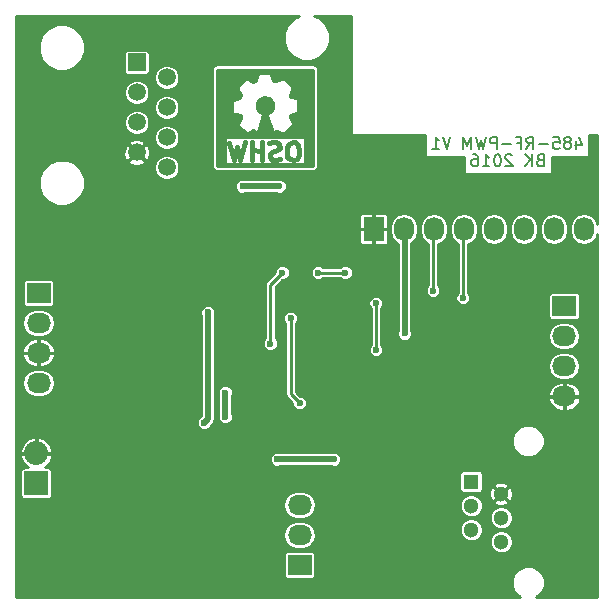
<source format=gbl>
G04 #@! TF.FileFunction,Copper,L2,Bot,Signal*
%FSLAX46Y46*%
G04 Gerber Fmt 4.6, Leading zero omitted, Abs format (unit mm)*
G04 Created by KiCad (PCBNEW 4.0.2-stable) date 3/20/2016 1:22:30 PM*
%MOMM*%
G01*
G04 APERTURE LIST*
%ADD10C,0.100000*%
%ADD11C,0.150000*%
%ADD12C,0.381000*%
%ADD13R,1.500000X1.500000*%
%ADD14C,1.500000*%
%ADD15R,2.032000X1.727200*%
%ADD16O,2.032000X1.727200*%
%ADD17R,2.032000X2.032000*%
%ADD18O,2.032000X2.032000*%
%ADD19R,1.727200X2.032000*%
%ADD20O,1.727200X2.032000*%
%ADD21C,1.300000*%
%ADD22R,1.300000X1.300000*%
%ADD23C,0.600000*%
%ADD24C,0.500000*%
%ADD25C,0.250000*%
%ADD26C,0.254000*%
G04 APERTURE END LIST*
D10*
D11*
X144763785Y-62603071D02*
X144620928Y-62650690D01*
X144573309Y-62698310D01*
X144525690Y-62793548D01*
X144525690Y-62936405D01*
X144573309Y-63031643D01*
X144620928Y-63079262D01*
X144716166Y-63126881D01*
X145097119Y-63126881D01*
X145097119Y-62126881D01*
X144763785Y-62126881D01*
X144668547Y-62174500D01*
X144620928Y-62222119D01*
X144573309Y-62317357D01*
X144573309Y-62412595D01*
X144620928Y-62507833D01*
X144668547Y-62555452D01*
X144763785Y-62603071D01*
X145097119Y-62603071D01*
X144097119Y-63126881D02*
X144097119Y-62126881D01*
X143525690Y-63126881D02*
X143954262Y-62555452D01*
X143525690Y-62126881D02*
X144097119Y-62698310D01*
X142382833Y-62222119D02*
X142335214Y-62174500D01*
X142239976Y-62126881D01*
X142001880Y-62126881D01*
X141906642Y-62174500D01*
X141859023Y-62222119D01*
X141811404Y-62317357D01*
X141811404Y-62412595D01*
X141859023Y-62555452D01*
X142430452Y-63126881D01*
X141811404Y-63126881D01*
X141192357Y-62126881D02*
X141097118Y-62126881D01*
X141001880Y-62174500D01*
X140954261Y-62222119D01*
X140906642Y-62317357D01*
X140859023Y-62507833D01*
X140859023Y-62745929D01*
X140906642Y-62936405D01*
X140954261Y-63031643D01*
X141001880Y-63079262D01*
X141097118Y-63126881D01*
X141192357Y-63126881D01*
X141287595Y-63079262D01*
X141335214Y-63031643D01*
X141382833Y-62936405D01*
X141430452Y-62745929D01*
X141430452Y-62507833D01*
X141382833Y-62317357D01*
X141335214Y-62222119D01*
X141287595Y-62174500D01*
X141192357Y-62126881D01*
X139906642Y-63126881D02*
X140478071Y-63126881D01*
X140192357Y-63126881D02*
X140192357Y-62126881D01*
X140287595Y-62269738D01*
X140382833Y-62364976D01*
X140478071Y-62412595D01*
X139049499Y-62126881D02*
X139239976Y-62126881D01*
X139335214Y-62174500D01*
X139382833Y-62222119D01*
X139478071Y-62364976D01*
X139525690Y-62555452D01*
X139525690Y-62936405D01*
X139478071Y-63031643D01*
X139430452Y-63079262D01*
X139335214Y-63126881D01*
X139144737Y-63126881D01*
X139049499Y-63079262D01*
X139001880Y-63031643D01*
X138954261Y-62936405D01*
X138954261Y-62698310D01*
X139001880Y-62603071D01*
X139049499Y-62555452D01*
X139144737Y-62507833D01*
X139335214Y-62507833D01*
X139430452Y-62555452D01*
X139478071Y-62603071D01*
X139525690Y-62698310D01*
X147843142Y-60999714D02*
X147843142Y-61666381D01*
X148081238Y-60618762D02*
X148319333Y-61333048D01*
X147700285Y-61333048D01*
X147176476Y-61094952D02*
X147271714Y-61047333D01*
X147319333Y-60999714D01*
X147366952Y-60904476D01*
X147366952Y-60856857D01*
X147319333Y-60761619D01*
X147271714Y-60714000D01*
X147176476Y-60666381D01*
X146985999Y-60666381D01*
X146890761Y-60714000D01*
X146843142Y-60761619D01*
X146795523Y-60856857D01*
X146795523Y-60904476D01*
X146843142Y-60999714D01*
X146890761Y-61047333D01*
X146985999Y-61094952D01*
X147176476Y-61094952D01*
X147271714Y-61142571D01*
X147319333Y-61190190D01*
X147366952Y-61285429D01*
X147366952Y-61475905D01*
X147319333Y-61571143D01*
X147271714Y-61618762D01*
X147176476Y-61666381D01*
X146985999Y-61666381D01*
X146890761Y-61618762D01*
X146843142Y-61571143D01*
X146795523Y-61475905D01*
X146795523Y-61285429D01*
X146843142Y-61190190D01*
X146890761Y-61142571D01*
X146985999Y-61094952D01*
X145890761Y-60666381D02*
X146366952Y-60666381D01*
X146414571Y-61142571D01*
X146366952Y-61094952D01*
X146271714Y-61047333D01*
X146033618Y-61047333D01*
X145938380Y-61094952D01*
X145890761Y-61142571D01*
X145843142Y-61237810D01*
X145843142Y-61475905D01*
X145890761Y-61571143D01*
X145938380Y-61618762D01*
X146033618Y-61666381D01*
X146271714Y-61666381D01*
X146366952Y-61618762D01*
X146414571Y-61571143D01*
X145414571Y-61285429D02*
X144652666Y-61285429D01*
X143605047Y-61666381D02*
X143938381Y-61190190D01*
X144176476Y-61666381D02*
X144176476Y-60666381D01*
X143795523Y-60666381D01*
X143700285Y-60714000D01*
X143652666Y-60761619D01*
X143605047Y-60856857D01*
X143605047Y-60999714D01*
X143652666Y-61094952D01*
X143700285Y-61142571D01*
X143795523Y-61190190D01*
X144176476Y-61190190D01*
X142843142Y-61142571D02*
X143176476Y-61142571D01*
X143176476Y-61666381D02*
X143176476Y-60666381D01*
X142700285Y-60666381D01*
X142319333Y-61285429D02*
X141557428Y-61285429D01*
X141081238Y-61666381D02*
X141081238Y-60666381D01*
X140700285Y-60666381D01*
X140605047Y-60714000D01*
X140557428Y-60761619D01*
X140509809Y-60856857D01*
X140509809Y-60999714D01*
X140557428Y-61094952D01*
X140605047Y-61142571D01*
X140700285Y-61190190D01*
X141081238Y-61190190D01*
X140176476Y-60666381D02*
X139938381Y-61666381D01*
X139747904Y-60952095D01*
X139557428Y-61666381D01*
X139319333Y-60666381D01*
X138938381Y-61666381D02*
X138938381Y-60666381D01*
X138605047Y-61380667D01*
X138271714Y-60666381D01*
X138271714Y-61666381D01*
X137176476Y-60666381D02*
X136843143Y-61666381D01*
X136509809Y-60666381D01*
X135652666Y-61666381D02*
X136224095Y-61666381D01*
X135938381Y-61666381D02*
X135938381Y-60666381D01*
X136033619Y-60809238D01*
X136128857Y-60904476D01*
X136224095Y-60952095D01*
D12*
X121475500Y-58638440D02*
X122074940Y-60238640D01*
X121376440Y-58740040D02*
X120975120Y-60238640D01*
X121874280Y-58338720D02*
X121076720Y-58338720D01*
X120876060Y-58039000D02*
X121874280Y-58039000D01*
X121874280Y-57739280D02*
X121076720Y-57739280D01*
X125476000Y-60238640D02*
X123474480Y-60238640D01*
X123776740Y-59938920D02*
X125374400Y-59938920D01*
X125476000Y-59639200D02*
X123974860Y-59639200D01*
X123875800Y-59339480D02*
X125476000Y-59339480D01*
X125374400Y-59039760D02*
X123974860Y-59039760D01*
X124274580Y-58740040D02*
X125374400Y-58740040D01*
X125476000Y-58437780D02*
X124475240Y-58437780D01*
X124475240Y-58138060D02*
X125476000Y-58138060D01*
X125374400Y-57838340D02*
X124475240Y-57838340D01*
X124376180Y-57538620D02*
X125374400Y-57538620D01*
X125476000Y-57238900D02*
X123974860Y-57238900D01*
X123875800Y-56939180D02*
X125374400Y-56939180D01*
X125476000Y-56840120D02*
X124076460Y-56840120D01*
X123974860Y-56537860D02*
X125374400Y-56537860D01*
X125374400Y-56238140D02*
X123974860Y-56238140D01*
X123474480Y-55938420D02*
X125275340Y-55938420D01*
X125374400Y-55638700D02*
X122374660Y-55638700D01*
X122176540Y-55338980D02*
X125374400Y-55338980D01*
X120675400Y-55338980D02*
X117576600Y-55338980D01*
X117475000Y-55539640D02*
X120576340Y-55539640D01*
X119476520Y-55839360D02*
X117576600Y-55839360D01*
X117475000Y-56040020D02*
X119174260Y-56040020D01*
X118976140Y-56339740D02*
X117576600Y-56339740D01*
X117576600Y-56639460D02*
X118874540Y-56639460D01*
X119174260Y-56939180D02*
X117475000Y-56939180D01*
X117475000Y-57238900D02*
X119075200Y-57238900D01*
X118574820Y-57538620D02*
X117475000Y-57538620D01*
X117475000Y-57838340D02*
X118475760Y-57838340D01*
X118574820Y-58138060D02*
X117475000Y-58138060D01*
X117475000Y-58437780D02*
X118574820Y-58437780D01*
X118676420Y-58740040D02*
X117576600Y-58740040D01*
X117475000Y-59039760D02*
X119174260Y-59039760D01*
X119075200Y-59339480D02*
X117576600Y-59339480D01*
X119075200Y-59639200D02*
X117675660Y-59639200D01*
X117576600Y-59938920D02*
X119075200Y-59938920D01*
X119374920Y-60238640D02*
X117675660Y-60238640D01*
X121475500Y-59639200D02*
X121274840Y-60340240D01*
X121475500Y-59540140D02*
X121676160Y-60340240D01*
X117774720Y-60538360D02*
X117675660Y-62839600D01*
X125275340Y-60538360D02*
X125275340Y-62839600D01*
X124975620Y-60538360D02*
X124975620Y-63040260D01*
X117975380Y-60538360D02*
X117975380Y-63040260D01*
X125476000Y-60538360D02*
X117475000Y-60538360D01*
X121455180Y-58719720D02*
X121485660Y-59009280D01*
X121485660Y-59009280D02*
X120916700Y-60378340D01*
X120916700Y-60378340D02*
X120474740Y-60228480D01*
X120474740Y-60228480D02*
X120436640Y-60180220D01*
X120436640Y-60180220D02*
X120045480Y-60449460D01*
X120055640Y-60408820D02*
X119854980Y-60378340D01*
X119844820Y-60418980D02*
X119166640Y-59778900D01*
X119166640Y-59778900D02*
X119075200Y-59547760D01*
X119075200Y-59547760D02*
X119344440Y-59070240D01*
X119344440Y-59070240D02*
X119316500Y-58917840D01*
X119316500Y-58917840D02*
X118635780Y-58729880D01*
X118635780Y-58729880D02*
X118574820Y-57548780D01*
X118574820Y-57548780D02*
X119245380Y-57299860D01*
X119245380Y-57299860D02*
X119316500Y-57099200D01*
X119316500Y-57099200D02*
X119044720Y-56568340D01*
X119044720Y-56568340D02*
X119166640Y-56258460D01*
X119166640Y-56258460D02*
X119806720Y-55648860D01*
X119806720Y-55648860D02*
X120015000Y-55638700D01*
X120015000Y-55638700D02*
X120436640Y-55897780D01*
X120436640Y-55897780D02*
X120614440Y-55819040D01*
X120614440Y-55819040D02*
X120835420Y-55260240D01*
X120835420Y-55260240D02*
X120855740Y-55189120D01*
X120855740Y-55189120D02*
X122026680Y-55168800D01*
X122016520Y-55128160D02*
X122265440Y-55798720D01*
X122265440Y-55798720D02*
X122384820Y-55869840D01*
X122384820Y-55869840D02*
X123085860Y-55570120D01*
X123085860Y-55570120D02*
X123936760Y-56469280D01*
X123936760Y-56469280D02*
X123664980Y-57099200D01*
X123664980Y-57099200D02*
X123705620Y-57228740D01*
X123705620Y-57228740D02*
X124226320Y-57310020D01*
X124226320Y-57310020D02*
X124376180Y-57368440D01*
X124376180Y-57368440D02*
X124345700Y-58628280D01*
X124345700Y-58628280D02*
X123705620Y-58859420D01*
X123705620Y-58859420D02*
X123675140Y-58958480D01*
X123675140Y-58958480D02*
X123974860Y-59568080D01*
X123974860Y-59568080D02*
X123154440Y-60408820D01*
X123154440Y-60408820D02*
X123045220Y-60500260D01*
X123045220Y-60500260D02*
X122455940Y-60208160D01*
X122455940Y-60208160D02*
X122194320Y-60347860D01*
X122194320Y-60347860D02*
X121965720Y-60347860D01*
X121965720Y-60347860D02*
X121424700Y-58839100D01*
X121424700Y-58839100D02*
X121666000Y-58529220D01*
X121666000Y-58529220D02*
X121744740Y-58539380D01*
X121744740Y-58539380D02*
X121955560Y-58399680D01*
X121955560Y-58399680D02*
X122095260Y-58199020D01*
X122095260Y-58199020D02*
X122054620Y-57759600D01*
X122054620Y-57759600D02*
X121775220Y-57470040D01*
X121775220Y-57470040D02*
X121414540Y-57398920D01*
X121414540Y-57398920D02*
X121076720Y-57518300D01*
X121076720Y-57518300D02*
X120845580Y-57818020D01*
X120845580Y-57818020D02*
X120855740Y-58219340D01*
X120855740Y-58219340D02*
X120964960Y-58409840D01*
X120964960Y-58409840D02*
X121475500Y-58719720D01*
X125476000Y-55039260D02*
X117475000Y-55039260D01*
X117475000Y-55039260D02*
X117475000Y-63040260D01*
X117475000Y-63040260D02*
X125476000Y-63040260D01*
X125476000Y-63040260D02*
X125476000Y-55039260D01*
X119758460Y-61120020D02*
X119397780Y-62590680D01*
X119397780Y-62590680D02*
X119118380Y-61528960D01*
X119118380Y-61528960D02*
X118808500Y-62600840D01*
X118808500Y-62600840D02*
X118468140Y-61150500D01*
X121178320Y-61810900D02*
X120388380Y-61800740D01*
X120388380Y-61800740D02*
X120378220Y-61810900D01*
X120378220Y-61810900D02*
X120378220Y-61800740D01*
X120337580Y-61089540D02*
X120337580Y-62631320D01*
X121226580Y-61079380D02*
X121226580Y-62649100D01*
X121226580Y-62649100D02*
X121216420Y-62638940D01*
X121777760Y-61180980D02*
X122128280Y-61099700D01*
X122128280Y-61099700D02*
X122448320Y-61089540D01*
X122448320Y-61089540D02*
X122687080Y-61290200D01*
X122687080Y-61290200D02*
X122717560Y-61559440D01*
X122717560Y-61559440D02*
X122476260Y-61800740D01*
X122476260Y-61800740D02*
X122087640Y-61930280D01*
X122087640Y-61930280D02*
X121907300Y-62090300D01*
X121907300Y-62090300D02*
X121866660Y-62390020D01*
X121866660Y-62390020D02*
X122097800Y-62611000D01*
X122097800Y-62611000D02*
X122417840Y-62638940D01*
X122417840Y-62638940D02*
X122768360Y-62529720D01*
X123807220Y-61079380D02*
X124056140Y-61099700D01*
X124056140Y-61099700D02*
X124297440Y-61341000D01*
X124297440Y-61341000D02*
X124386340Y-61831220D01*
X124386340Y-61831220D02*
X124358400Y-62179200D01*
X124358400Y-62179200D02*
X124157740Y-62499240D01*
X124157740Y-62499240D02*
X123906280Y-62621160D01*
X123906280Y-62621160D02*
X123596400Y-62550040D01*
X123596400Y-62550040D02*
X123377960Y-62369700D01*
X123377960Y-62369700D02*
X123306840Y-61909960D01*
X123306840Y-61909960D02*
X123357640Y-61501020D01*
X123357640Y-61501020D02*
X123466860Y-61219080D01*
X123466860Y-61219080D02*
X123827540Y-61089540D01*
D13*
X110617000Y-54351000D03*
D14*
X113157000Y-55621000D03*
X110617000Y-56891000D03*
X113157000Y-58161000D03*
X110617000Y-59431000D03*
X113157000Y-60701000D03*
X110617000Y-61971000D03*
X113157000Y-63241000D03*
D15*
X102298500Y-73850500D03*
D16*
X102298500Y-76390500D03*
X102298500Y-78930500D03*
X102298500Y-81470500D03*
D17*
X102108000Y-89979500D03*
D18*
X102108000Y-87439500D03*
D15*
X146812000Y-74993500D03*
D16*
X146812000Y-77533500D03*
X146812000Y-80073500D03*
X146812000Y-82613500D03*
D19*
X130683000Y-68453000D03*
D20*
X133223000Y-68453000D03*
X135763000Y-68453000D03*
X138303000Y-68453000D03*
X140843000Y-68453000D03*
X143383000Y-68453000D03*
X145923000Y-68453000D03*
X148463000Y-68453000D03*
D15*
X124396500Y-96901000D03*
D16*
X124396500Y-94361000D03*
X124396500Y-91821000D03*
D21*
X138924000Y-91882500D03*
X138924000Y-93922500D03*
D22*
X138924000Y-89842500D03*
D21*
X141464000Y-94942500D03*
X141464000Y-92902500D03*
X141464000Y-90862500D03*
D23*
X133286500Y-77279500D03*
X127317500Y-87947500D03*
X122491500Y-87947500D03*
X118110000Y-82296000D03*
X118110000Y-84328000D03*
X135945500Y-96901000D03*
X113284000Y-78676500D03*
X126301500Y-86423500D03*
X118618000Y-70104000D03*
X135064500Y-91313000D03*
X120396000Y-93916500D03*
X102362000Y-93916500D03*
X122682000Y-64833500D03*
X119570500Y-64833500D03*
X116631999Y-75483999D03*
X116332000Y-84836000D03*
X135699500Y-73660000D03*
X138229501Y-74285001D03*
X122936000Y-72136000D03*
X121920000Y-78145010D03*
X130873500Y-78676500D03*
X130855999Y-74721999D03*
X125984000Y-72136000D03*
X128270000Y-72136000D03*
X123645500Y-75998500D03*
X124396500Y-83185000D03*
D24*
X133286500Y-77279500D02*
X133286500Y-68516500D01*
X133286500Y-68516500D02*
X133223000Y-68453000D01*
X122915764Y-87947500D02*
X127317500Y-87947500D01*
X122491500Y-87947500D02*
X122915764Y-87947500D01*
X118110000Y-84328000D02*
X118110000Y-82296000D01*
X119994764Y-64833500D02*
X122682000Y-64833500D01*
X119570500Y-64833500D02*
X119994764Y-64833500D01*
X116332000Y-84836000D02*
X116631999Y-84536001D01*
X116631999Y-84536001D02*
X116631999Y-75483999D01*
D25*
X135699500Y-73660000D02*
X135699500Y-68516500D01*
X135699500Y-68516500D02*
X135763000Y-68453000D01*
X135636000Y-68580000D02*
X135763000Y-68453000D01*
X138229501Y-74285001D02*
X138229501Y-68526499D01*
X138229501Y-68526499D02*
X138303000Y-68453000D01*
X138008999Y-68747001D02*
X138303000Y-68453000D01*
X121920000Y-73152000D02*
X122936000Y-72136000D01*
X121920000Y-74676000D02*
X121920000Y-73152000D01*
X121920000Y-78145010D02*
X121920000Y-74676000D01*
X130873500Y-78676500D02*
X130873500Y-74739500D01*
X130873500Y-74739500D02*
X130855999Y-74721999D01*
X128270000Y-72136000D02*
X125984000Y-72136000D01*
X123645500Y-75998500D02*
X123645500Y-82434000D01*
X123645500Y-82434000D02*
X124396500Y-83185000D01*
D26*
G36*
X123895725Y-50594210D02*
X123346140Y-51142837D01*
X123048340Y-51860020D01*
X123047662Y-52636573D01*
X123344210Y-53354275D01*
X123892837Y-53903860D01*
X124610020Y-54201660D01*
X125386573Y-54202338D01*
X126104275Y-53905790D01*
X126653860Y-53357163D01*
X126951660Y-52639980D01*
X126952338Y-51863427D01*
X126655790Y-51145725D01*
X126107163Y-50596140D01*
X125639621Y-50402000D01*
X128778000Y-50402000D01*
X128778000Y-60388500D01*
X128786685Y-60434659D01*
X128813965Y-60477053D01*
X128855590Y-60505494D01*
X128905000Y-60515500D01*
X135060191Y-60515500D01*
X135060191Y-62316000D01*
X138361786Y-62316000D01*
X138361786Y-63776500D01*
X145737215Y-63776500D01*
X145737215Y-62316000D01*
X148911810Y-62316000D01*
X148911810Y-60515500D01*
X149598000Y-60515500D01*
X149598000Y-67994769D01*
X149562971Y-67818666D01*
X149304881Y-67432408D01*
X148918623Y-67174318D01*
X148463000Y-67083689D01*
X148007377Y-67174318D01*
X147621119Y-67432408D01*
X147363029Y-67818666D01*
X147272400Y-68274289D01*
X147272400Y-68631711D01*
X147363029Y-69087334D01*
X147621119Y-69473592D01*
X148007377Y-69731682D01*
X148463000Y-69822311D01*
X148918623Y-69731682D01*
X149304881Y-69473592D01*
X149562971Y-69087334D01*
X149598000Y-68911231D01*
X149598000Y-99598000D01*
X144452339Y-99598000D01*
X144542989Y-99560544D01*
X144930683Y-99173526D01*
X145140760Y-98667604D01*
X145141238Y-98119799D01*
X144932044Y-97613511D01*
X144545026Y-97225817D01*
X144039104Y-97015740D01*
X143491299Y-97015262D01*
X142985011Y-97224456D01*
X142597317Y-97611474D01*
X142387240Y-98117396D01*
X142386762Y-98665201D01*
X142595956Y-99171489D01*
X142982974Y-99559183D01*
X143076456Y-99598000D01*
X100402000Y-99598000D01*
X100402000Y-96037400D01*
X123047094Y-96037400D01*
X123047094Y-97764600D01*
X123069895Y-97885779D01*
X123141512Y-97997074D01*
X123250786Y-98071738D01*
X123380500Y-98098006D01*
X125412500Y-98098006D01*
X125533679Y-98075205D01*
X125644974Y-98003588D01*
X125719638Y-97894314D01*
X125745906Y-97764600D01*
X125745906Y-96037400D01*
X125723105Y-95916221D01*
X125651488Y-95804926D01*
X125542214Y-95730262D01*
X125412500Y-95703994D01*
X123380500Y-95703994D01*
X123259321Y-95726795D01*
X123148026Y-95798412D01*
X123073362Y-95907686D01*
X123047094Y-96037400D01*
X100402000Y-96037400D01*
X100402000Y-94361000D01*
X123027189Y-94361000D01*
X123117818Y-94816623D01*
X123375908Y-95202881D01*
X123762166Y-95460971D01*
X124217789Y-95551600D01*
X124575211Y-95551600D01*
X125030834Y-95460971D01*
X125417092Y-95202881D01*
X125461790Y-95135985D01*
X140486830Y-95135985D01*
X140635256Y-95495203D01*
X140909851Y-95770278D01*
X141268810Y-95919330D01*
X141657485Y-95919670D01*
X142016703Y-95771244D01*
X142291778Y-95496649D01*
X142440830Y-95137690D01*
X142441170Y-94749015D01*
X142292744Y-94389797D01*
X142018149Y-94114722D01*
X141659190Y-93965670D01*
X141270515Y-93965330D01*
X140911297Y-94113756D01*
X140636222Y-94388351D01*
X140487170Y-94747310D01*
X140486830Y-95135985D01*
X125461790Y-95135985D01*
X125675182Y-94816623D01*
X125765811Y-94361000D01*
X125717075Y-94115985D01*
X137946830Y-94115985D01*
X138095256Y-94475203D01*
X138369851Y-94750278D01*
X138728810Y-94899330D01*
X139117485Y-94899670D01*
X139476703Y-94751244D01*
X139751778Y-94476649D01*
X139900830Y-94117690D01*
X139901170Y-93729015D01*
X139752744Y-93369797D01*
X139479410Y-93095985D01*
X140486830Y-93095985D01*
X140635256Y-93455203D01*
X140909851Y-93730278D01*
X141268810Y-93879330D01*
X141657485Y-93879670D01*
X142016703Y-93731244D01*
X142291778Y-93456649D01*
X142440830Y-93097690D01*
X142441170Y-92709015D01*
X142292744Y-92349797D01*
X142018149Y-92074722D01*
X141659190Y-91925670D01*
X141270515Y-91925330D01*
X140911297Y-92073756D01*
X140636222Y-92348351D01*
X140487170Y-92707310D01*
X140486830Y-93095985D01*
X139479410Y-93095985D01*
X139478149Y-93094722D01*
X139119190Y-92945670D01*
X138730515Y-92945330D01*
X138371297Y-93093756D01*
X138096222Y-93368351D01*
X137947170Y-93727310D01*
X137946830Y-94115985D01*
X125717075Y-94115985D01*
X125675182Y-93905377D01*
X125417092Y-93519119D01*
X125030834Y-93261029D01*
X124575211Y-93170400D01*
X124217789Y-93170400D01*
X123762166Y-93261029D01*
X123375908Y-93519119D01*
X123117818Y-93905377D01*
X123027189Y-94361000D01*
X100402000Y-94361000D01*
X100402000Y-91821000D01*
X123027189Y-91821000D01*
X123117818Y-92276623D01*
X123375908Y-92662881D01*
X123762166Y-92920971D01*
X124217789Y-93011600D01*
X124575211Y-93011600D01*
X125030834Y-92920971D01*
X125417092Y-92662881D01*
X125675182Y-92276623D01*
X125715091Y-92075985D01*
X137946830Y-92075985D01*
X138095256Y-92435203D01*
X138369851Y-92710278D01*
X138728810Y-92859330D01*
X139117485Y-92859670D01*
X139476703Y-92711244D01*
X139751778Y-92436649D01*
X139900830Y-92077690D01*
X139901170Y-91689015D01*
X139844701Y-91552348D01*
X140806679Y-91552348D01*
X140867275Y-91722952D01*
X141241978Y-91885811D01*
X141650483Y-91892880D01*
X142030598Y-91743083D01*
X142060725Y-91722952D01*
X142121321Y-91552348D01*
X141464000Y-90895027D01*
X140806679Y-91552348D01*
X139844701Y-91552348D01*
X139752744Y-91329797D01*
X139478149Y-91054722D01*
X139464328Y-91048983D01*
X140433620Y-91048983D01*
X140583417Y-91429098D01*
X140603548Y-91459225D01*
X140774152Y-91519821D01*
X141431473Y-90862500D01*
X141496527Y-90862500D01*
X142153848Y-91519821D01*
X142324452Y-91459225D01*
X142487311Y-91084522D01*
X142494380Y-90676017D01*
X142344583Y-90295902D01*
X142324452Y-90265775D01*
X142153848Y-90205179D01*
X141496527Y-90862500D01*
X141431473Y-90862500D01*
X140774152Y-90205179D01*
X140603548Y-90265775D01*
X140440689Y-90640478D01*
X140433620Y-91048983D01*
X139464328Y-91048983D01*
X139119190Y-90905670D01*
X138730515Y-90905330D01*
X138371297Y-91053756D01*
X138096222Y-91328351D01*
X137947170Y-91687310D01*
X137946830Y-92075985D01*
X125715091Y-92075985D01*
X125765811Y-91821000D01*
X125675182Y-91365377D01*
X125417092Y-90979119D01*
X125030834Y-90721029D01*
X124575211Y-90630400D01*
X124217789Y-90630400D01*
X123762166Y-90721029D01*
X123375908Y-90979119D01*
X123117818Y-91365377D01*
X123027189Y-91821000D01*
X100402000Y-91821000D01*
X100402000Y-87680100D01*
X100735936Y-87680100D01*
X100748302Y-87742281D01*
X100967672Y-88239567D01*
X101360647Y-88615050D01*
X101399441Y-88630094D01*
X101092000Y-88630094D01*
X100970821Y-88652895D01*
X100859526Y-88724512D01*
X100784862Y-88833786D01*
X100758594Y-88963500D01*
X100758594Y-90995500D01*
X100781395Y-91116679D01*
X100853012Y-91227974D01*
X100962286Y-91302638D01*
X101092000Y-91328906D01*
X103124000Y-91328906D01*
X103245179Y-91306105D01*
X103356474Y-91234488D01*
X103431138Y-91125214D01*
X103457406Y-90995500D01*
X103457406Y-89192500D01*
X137940594Y-89192500D01*
X137940594Y-90492500D01*
X137963395Y-90613679D01*
X138035012Y-90724974D01*
X138144286Y-90799638D01*
X138274000Y-90825906D01*
X139574000Y-90825906D01*
X139695179Y-90803105D01*
X139806474Y-90731488D01*
X139881138Y-90622214D01*
X139907406Y-90492500D01*
X139907406Y-90172652D01*
X140806679Y-90172652D01*
X141464000Y-90829973D01*
X142121321Y-90172652D01*
X142060725Y-90002048D01*
X141686022Y-89839189D01*
X141277517Y-89832120D01*
X140897402Y-89981917D01*
X140867275Y-90002048D01*
X140806679Y-90172652D01*
X139907406Y-90172652D01*
X139907406Y-89192500D01*
X139884605Y-89071321D01*
X139812988Y-88960026D01*
X139703714Y-88885362D01*
X139574000Y-88859094D01*
X138274000Y-88859094D01*
X138152821Y-88881895D01*
X138041526Y-88953512D01*
X137966862Y-89062786D01*
X137940594Y-89192500D01*
X103457406Y-89192500D01*
X103457406Y-88963500D01*
X103434605Y-88842321D01*
X103362988Y-88731026D01*
X103253714Y-88656362D01*
X103124000Y-88630094D01*
X102816559Y-88630094D01*
X102855353Y-88615050D01*
X103248328Y-88239567D01*
X103322392Y-88071671D01*
X121864391Y-88071671D01*
X121959645Y-88302203D01*
X122135869Y-88478735D01*
X122366235Y-88574391D01*
X122615671Y-88574609D01*
X122736944Y-88524500D01*
X127072084Y-88524500D01*
X127192235Y-88574391D01*
X127441671Y-88574609D01*
X127672203Y-88479355D01*
X127848735Y-88303131D01*
X127944391Y-88072765D01*
X127944609Y-87823329D01*
X127849355Y-87592797D01*
X127673131Y-87416265D01*
X127442765Y-87320609D01*
X127193329Y-87320391D01*
X127072056Y-87370500D01*
X122736916Y-87370500D01*
X122616765Y-87320609D01*
X122367329Y-87320391D01*
X122136797Y-87415645D01*
X121960265Y-87591869D01*
X121864609Y-87822235D01*
X121864391Y-88071671D01*
X103322392Y-88071671D01*
X103467698Y-87742281D01*
X103480064Y-87680100D01*
X103406546Y-87462500D01*
X102131000Y-87462500D01*
X102131000Y-87482500D01*
X102085000Y-87482500D01*
X102085000Y-87462500D01*
X100809454Y-87462500D01*
X100735936Y-87680100D01*
X100402000Y-87680100D01*
X100402000Y-87198900D01*
X100735936Y-87198900D01*
X100809454Y-87416500D01*
X102085000Y-87416500D01*
X102085000Y-86140938D01*
X102131000Y-86140938D01*
X102131000Y-87416500D01*
X103406546Y-87416500D01*
X103480064Y-87198900D01*
X103467698Y-87136719D01*
X103259696Y-86665201D01*
X142386762Y-86665201D01*
X142595956Y-87171489D01*
X142982974Y-87559183D01*
X143488896Y-87769260D01*
X144036701Y-87769738D01*
X144542989Y-87560544D01*
X144930683Y-87173526D01*
X145140760Y-86667604D01*
X145141238Y-86119799D01*
X144932044Y-85613511D01*
X144545026Y-85225817D01*
X144039104Y-85015740D01*
X143491299Y-85015262D01*
X142985011Y-85224456D01*
X142597317Y-85611474D01*
X142387240Y-86117396D01*
X142386762Y-86665201D01*
X103259696Y-86665201D01*
X103248328Y-86639433D01*
X102855353Y-86263950D01*
X102348601Y-86067434D01*
X102131000Y-86140938D01*
X102085000Y-86140938D01*
X101867399Y-86067434D01*
X101360647Y-86263950D01*
X100967672Y-86639433D01*
X100748302Y-87136719D01*
X100735936Y-87198900D01*
X100402000Y-87198900D01*
X100402000Y-84960171D01*
X115704891Y-84960171D01*
X115800145Y-85190703D01*
X115976369Y-85367235D01*
X116206735Y-85462891D01*
X116456171Y-85463109D01*
X116686703Y-85367855D01*
X116863235Y-85191631D01*
X116913555Y-85070446D01*
X117039997Y-84944004D01*
X117040000Y-84944002D01*
X117165077Y-84756809D01*
X117174242Y-84710735D01*
X117209000Y-84536001D01*
X117208999Y-84535996D01*
X117208999Y-82420171D01*
X117482891Y-82420171D01*
X117533000Y-82541444D01*
X117533000Y-84082584D01*
X117483109Y-84202735D01*
X117482891Y-84452171D01*
X117578145Y-84682703D01*
X117754369Y-84859235D01*
X117984735Y-84954891D01*
X118234171Y-84955109D01*
X118464703Y-84859855D01*
X118641235Y-84683631D01*
X118736891Y-84453265D01*
X118737109Y-84203829D01*
X118687000Y-84082556D01*
X118687000Y-82541416D01*
X118736891Y-82421265D01*
X118737109Y-82171829D01*
X118641855Y-81941297D01*
X118465631Y-81764765D01*
X118235265Y-81669109D01*
X117985829Y-81668891D01*
X117755297Y-81764145D01*
X117578765Y-81940369D01*
X117483109Y-82170735D01*
X117482891Y-82420171D01*
X117208999Y-82420171D01*
X117208999Y-78269181D01*
X121292891Y-78269181D01*
X121388145Y-78499713D01*
X121564369Y-78676245D01*
X121794735Y-78771901D01*
X122044171Y-78772119D01*
X122274703Y-78676865D01*
X122451235Y-78500641D01*
X122546891Y-78270275D01*
X122547109Y-78020839D01*
X122451855Y-77790307D01*
X122372000Y-77710312D01*
X122372000Y-76122671D01*
X123018391Y-76122671D01*
X123113645Y-76353203D01*
X123193500Y-76433198D01*
X123193500Y-82434000D01*
X123227906Y-82606973D01*
X123325888Y-82753612D01*
X123769489Y-83197213D01*
X123769391Y-83309171D01*
X123864645Y-83539703D01*
X124040869Y-83716235D01*
X124271235Y-83811891D01*
X124520671Y-83812109D01*
X124751203Y-83716855D01*
X124927735Y-83540631D01*
X125023391Y-83310265D01*
X125023609Y-83060829D01*
X124928355Y-82830297D01*
X124928315Y-82830256D01*
X145438082Y-82830256D01*
X145504634Y-83067008D01*
X145766100Y-83474473D01*
X146163594Y-83750863D01*
X146636600Y-83854100D01*
X146789000Y-83854100D01*
X146789000Y-82636500D01*
X146835000Y-82636500D01*
X146835000Y-83854100D01*
X146987400Y-83854100D01*
X147460406Y-83750863D01*
X147857900Y-83474473D01*
X148119366Y-83067008D01*
X148185918Y-82830256D01*
X148110519Y-82636500D01*
X146835000Y-82636500D01*
X146789000Y-82636500D01*
X145513481Y-82636500D01*
X145438082Y-82830256D01*
X124928315Y-82830256D01*
X124752131Y-82653765D01*
X124521765Y-82558109D01*
X124408735Y-82558010D01*
X124247469Y-82396744D01*
X145438082Y-82396744D01*
X145513481Y-82590500D01*
X146789000Y-82590500D01*
X146789000Y-81372900D01*
X146835000Y-81372900D01*
X146835000Y-82590500D01*
X148110519Y-82590500D01*
X148185918Y-82396744D01*
X148119366Y-82159992D01*
X147857900Y-81752527D01*
X147460406Y-81476137D01*
X146987400Y-81372900D01*
X146835000Y-81372900D01*
X146789000Y-81372900D01*
X146636600Y-81372900D01*
X146163594Y-81476137D01*
X145766100Y-81752527D01*
X145504634Y-82159992D01*
X145438082Y-82396744D01*
X124247469Y-82396744D01*
X124097500Y-82246776D01*
X124097500Y-80073500D01*
X145442689Y-80073500D01*
X145533318Y-80529123D01*
X145791408Y-80915381D01*
X146177666Y-81173471D01*
X146633289Y-81264100D01*
X146990711Y-81264100D01*
X147446334Y-81173471D01*
X147832592Y-80915381D01*
X148090682Y-80529123D01*
X148181311Y-80073500D01*
X148090682Y-79617877D01*
X147832592Y-79231619D01*
X147446334Y-78973529D01*
X146990711Y-78882900D01*
X146633289Y-78882900D01*
X146177666Y-78973529D01*
X145791408Y-79231619D01*
X145533318Y-79617877D01*
X145442689Y-80073500D01*
X124097500Y-80073500D01*
X124097500Y-76433228D01*
X124176735Y-76354131D01*
X124272391Y-76123765D01*
X124272609Y-75874329D01*
X124177355Y-75643797D01*
X124001131Y-75467265D01*
X123770765Y-75371609D01*
X123521329Y-75371391D01*
X123290797Y-75466645D01*
X123114265Y-75642869D01*
X123018609Y-75873235D01*
X123018391Y-76122671D01*
X122372000Y-76122671D01*
X122372000Y-74846170D01*
X130228890Y-74846170D01*
X130324144Y-75076702D01*
X130421500Y-75174228D01*
X130421500Y-78241772D01*
X130342265Y-78320869D01*
X130246609Y-78551235D01*
X130246391Y-78800671D01*
X130341645Y-79031203D01*
X130517869Y-79207735D01*
X130748235Y-79303391D01*
X130997671Y-79303609D01*
X131228203Y-79208355D01*
X131404735Y-79032131D01*
X131500391Y-78801765D01*
X131500609Y-78552329D01*
X131405355Y-78321797D01*
X131325500Y-78241802D01*
X131325500Y-75139256D01*
X131387234Y-75077630D01*
X131482890Y-74847264D01*
X131483108Y-74597828D01*
X131387854Y-74367296D01*
X131211630Y-74190764D01*
X130981264Y-74095108D01*
X130731828Y-74094890D01*
X130501296Y-74190144D01*
X130324764Y-74366368D01*
X130229108Y-74596734D01*
X130228890Y-74846170D01*
X122372000Y-74846170D01*
X122372000Y-73339224D01*
X122948213Y-72763011D01*
X123060171Y-72763109D01*
X123290703Y-72667855D01*
X123467235Y-72491631D01*
X123562891Y-72261265D01*
X123562891Y-72260171D01*
X125356891Y-72260171D01*
X125452145Y-72490703D01*
X125628369Y-72667235D01*
X125858735Y-72762891D01*
X126108171Y-72763109D01*
X126338703Y-72667855D01*
X126418698Y-72588000D01*
X127835272Y-72588000D01*
X127914369Y-72667235D01*
X128144735Y-72762891D01*
X128394171Y-72763109D01*
X128624703Y-72667855D01*
X128801235Y-72491631D01*
X128896891Y-72261265D01*
X128897109Y-72011829D01*
X128801855Y-71781297D01*
X128625631Y-71604765D01*
X128395265Y-71509109D01*
X128145829Y-71508891D01*
X127915297Y-71604145D01*
X127835302Y-71684000D01*
X126418728Y-71684000D01*
X126339631Y-71604765D01*
X126109265Y-71509109D01*
X125859829Y-71508891D01*
X125629297Y-71604145D01*
X125452765Y-71780369D01*
X125357109Y-72010735D01*
X125356891Y-72260171D01*
X123562891Y-72260171D01*
X123563109Y-72011829D01*
X123467855Y-71781297D01*
X123291631Y-71604765D01*
X123061265Y-71509109D01*
X122811829Y-71508891D01*
X122581297Y-71604145D01*
X122404765Y-71780369D01*
X122309109Y-72010735D01*
X122309010Y-72123766D01*
X121600388Y-72832388D01*
X121502406Y-72979027D01*
X121468000Y-73152000D01*
X121468000Y-77710282D01*
X121388765Y-77789379D01*
X121293109Y-78019745D01*
X121292891Y-78269181D01*
X117208999Y-78269181D01*
X117208999Y-75729415D01*
X117258890Y-75609264D01*
X117259108Y-75359828D01*
X117163854Y-75129296D01*
X116987630Y-74952764D01*
X116757264Y-74857108D01*
X116507828Y-74856890D01*
X116277296Y-74952144D01*
X116100764Y-75128368D01*
X116005108Y-75358734D01*
X116004890Y-75608170D01*
X116054999Y-75729443D01*
X116054999Y-84272039D01*
X115977297Y-84304145D01*
X115800765Y-84480369D01*
X115705109Y-84710735D01*
X115704891Y-84960171D01*
X100402000Y-84960171D01*
X100402000Y-81470500D01*
X100929189Y-81470500D01*
X101019818Y-81926123D01*
X101277908Y-82312381D01*
X101664166Y-82570471D01*
X102119789Y-82661100D01*
X102477211Y-82661100D01*
X102932834Y-82570471D01*
X103319092Y-82312381D01*
X103577182Y-81926123D01*
X103667811Y-81470500D01*
X103577182Y-81014877D01*
X103319092Y-80628619D01*
X102932834Y-80370529D01*
X102477211Y-80279900D01*
X102119789Y-80279900D01*
X101664166Y-80370529D01*
X101277908Y-80628619D01*
X101019818Y-81014877D01*
X100929189Y-81470500D01*
X100402000Y-81470500D01*
X100402000Y-79147256D01*
X100924582Y-79147256D01*
X100991134Y-79384008D01*
X101252600Y-79791473D01*
X101650094Y-80067863D01*
X102123100Y-80171100D01*
X102275500Y-80171100D01*
X102275500Y-78953500D01*
X102321500Y-78953500D01*
X102321500Y-80171100D01*
X102473900Y-80171100D01*
X102946906Y-80067863D01*
X103344400Y-79791473D01*
X103605866Y-79384008D01*
X103672418Y-79147256D01*
X103597019Y-78953500D01*
X102321500Y-78953500D01*
X102275500Y-78953500D01*
X100999981Y-78953500D01*
X100924582Y-79147256D01*
X100402000Y-79147256D01*
X100402000Y-78713744D01*
X100924582Y-78713744D01*
X100999981Y-78907500D01*
X102275500Y-78907500D01*
X102275500Y-77689900D01*
X102321500Y-77689900D01*
X102321500Y-78907500D01*
X103597019Y-78907500D01*
X103672418Y-78713744D01*
X103605866Y-78476992D01*
X103344400Y-78069527D01*
X102946906Y-77793137D01*
X102473900Y-77689900D01*
X102321500Y-77689900D01*
X102275500Y-77689900D01*
X102123100Y-77689900D01*
X101650094Y-77793137D01*
X101252600Y-78069527D01*
X100991134Y-78476992D01*
X100924582Y-78713744D01*
X100402000Y-78713744D01*
X100402000Y-76390500D01*
X100929189Y-76390500D01*
X101019818Y-76846123D01*
X101277908Y-77232381D01*
X101664166Y-77490471D01*
X102119789Y-77581100D01*
X102477211Y-77581100D01*
X102932834Y-77490471D01*
X103319092Y-77232381D01*
X103577182Y-76846123D01*
X103667811Y-76390500D01*
X103577182Y-75934877D01*
X103319092Y-75548619D01*
X102932834Y-75290529D01*
X102477211Y-75199900D01*
X102119789Y-75199900D01*
X101664166Y-75290529D01*
X101277908Y-75548619D01*
X101019818Y-75934877D01*
X100929189Y-76390500D01*
X100402000Y-76390500D01*
X100402000Y-72986900D01*
X100949094Y-72986900D01*
X100949094Y-74714100D01*
X100971895Y-74835279D01*
X101043512Y-74946574D01*
X101152786Y-75021238D01*
X101282500Y-75047506D01*
X103314500Y-75047506D01*
X103435679Y-75024705D01*
X103546974Y-74953088D01*
X103621638Y-74843814D01*
X103647906Y-74714100D01*
X103647906Y-72986900D01*
X103625105Y-72865721D01*
X103553488Y-72754426D01*
X103444214Y-72679762D01*
X103314500Y-72653494D01*
X101282500Y-72653494D01*
X101161321Y-72676295D01*
X101050026Y-72747912D01*
X100975362Y-72857186D01*
X100949094Y-72986900D01*
X100402000Y-72986900D01*
X100402000Y-68570250D01*
X129442400Y-68570250D01*
X129442400Y-69543990D01*
X129499795Y-69682553D01*
X129605847Y-69788605D01*
X129744410Y-69846000D01*
X130565750Y-69846000D01*
X130660000Y-69751750D01*
X130660000Y-68476000D01*
X130706000Y-68476000D01*
X130706000Y-69751750D01*
X130800250Y-69846000D01*
X131621590Y-69846000D01*
X131760153Y-69788605D01*
X131866205Y-69682553D01*
X131923600Y-69543990D01*
X131923600Y-68570250D01*
X131829350Y-68476000D01*
X130706000Y-68476000D01*
X130660000Y-68476000D01*
X129536650Y-68476000D01*
X129442400Y-68570250D01*
X100402000Y-68570250D01*
X100402000Y-67362010D01*
X129442400Y-67362010D01*
X129442400Y-68335750D01*
X129536650Y-68430000D01*
X130660000Y-68430000D01*
X130660000Y-67154250D01*
X130706000Y-67154250D01*
X130706000Y-68430000D01*
X131829350Y-68430000D01*
X131923600Y-68335750D01*
X131923600Y-68274289D01*
X132032400Y-68274289D01*
X132032400Y-68631711D01*
X132123029Y-69087334D01*
X132381119Y-69473592D01*
X132709500Y-69693010D01*
X132709500Y-77034084D01*
X132659609Y-77154235D01*
X132659391Y-77403671D01*
X132754645Y-77634203D01*
X132930869Y-77810735D01*
X133161235Y-77906391D01*
X133410671Y-77906609D01*
X133641203Y-77811355D01*
X133817735Y-77635131D01*
X133859935Y-77533500D01*
X145442689Y-77533500D01*
X145533318Y-77989123D01*
X145791408Y-78375381D01*
X146177666Y-78633471D01*
X146633289Y-78724100D01*
X146990711Y-78724100D01*
X147446334Y-78633471D01*
X147832592Y-78375381D01*
X148090682Y-77989123D01*
X148181311Y-77533500D01*
X148090682Y-77077877D01*
X147832592Y-76691619D01*
X147446334Y-76433529D01*
X146990711Y-76342900D01*
X146633289Y-76342900D01*
X146177666Y-76433529D01*
X145791408Y-76691619D01*
X145533318Y-77077877D01*
X145442689Y-77533500D01*
X133859935Y-77533500D01*
X133913391Y-77404765D01*
X133913609Y-77155329D01*
X133863500Y-77034056D01*
X133863500Y-69608151D01*
X134064881Y-69473592D01*
X134322971Y-69087334D01*
X134413600Y-68631711D01*
X134413600Y-68274289D01*
X134572400Y-68274289D01*
X134572400Y-68631711D01*
X134663029Y-69087334D01*
X134921119Y-69473592D01*
X135247500Y-69691673D01*
X135247500Y-73225272D01*
X135168265Y-73304369D01*
X135072609Y-73534735D01*
X135072391Y-73784171D01*
X135167645Y-74014703D01*
X135343869Y-74191235D01*
X135574235Y-74286891D01*
X135823671Y-74287109D01*
X136054203Y-74191855D01*
X136230735Y-74015631D01*
X136326391Y-73785265D01*
X136326609Y-73535829D01*
X136231355Y-73305297D01*
X136151500Y-73225302D01*
X136151500Y-69745034D01*
X136218623Y-69731682D01*
X136604881Y-69473592D01*
X136862971Y-69087334D01*
X136953600Y-68631711D01*
X136953600Y-68274289D01*
X137112400Y-68274289D01*
X137112400Y-68631711D01*
X137203029Y-69087334D01*
X137461119Y-69473592D01*
X137777501Y-69684992D01*
X137777501Y-73850273D01*
X137698266Y-73929370D01*
X137602610Y-74159736D01*
X137602392Y-74409172D01*
X137697646Y-74639704D01*
X137873870Y-74816236D01*
X138104236Y-74911892D01*
X138353672Y-74912110D01*
X138584204Y-74816856D01*
X138760736Y-74640632D01*
X138856392Y-74410266D01*
X138856610Y-74160830D01*
X138843830Y-74129900D01*
X145462594Y-74129900D01*
X145462594Y-75857100D01*
X145485395Y-75978279D01*
X145557012Y-76089574D01*
X145666286Y-76164238D01*
X145796000Y-76190506D01*
X147828000Y-76190506D01*
X147949179Y-76167705D01*
X148060474Y-76096088D01*
X148135138Y-75986814D01*
X148161406Y-75857100D01*
X148161406Y-74129900D01*
X148138605Y-74008721D01*
X148066988Y-73897426D01*
X147957714Y-73822762D01*
X147828000Y-73796494D01*
X145796000Y-73796494D01*
X145674821Y-73819295D01*
X145563526Y-73890912D01*
X145488862Y-74000186D01*
X145462594Y-74129900D01*
X138843830Y-74129900D01*
X138761356Y-73930298D01*
X138681501Y-73850303D01*
X138681501Y-69747023D01*
X138758623Y-69731682D01*
X139144881Y-69473592D01*
X139402971Y-69087334D01*
X139493600Y-68631711D01*
X139493600Y-68274289D01*
X139652400Y-68274289D01*
X139652400Y-68631711D01*
X139743029Y-69087334D01*
X140001119Y-69473592D01*
X140387377Y-69731682D01*
X140843000Y-69822311D01*
X141298623Y-69731682D01*
X141684881Y-69473592D01*
X141942971Y-69087334D01*
X142033600Y-68631711D01*
X142033600Y-68274289D01*
X142192400Y-68274289D01*
X142192400Y-68631711D01*
X142283029Y-69087334D01*
X142541119Y-69473592D01*
X142927377Y-69731682D01*
X143383000Y-69822311D01*
X143838623Y-69731682D01*
X144224881Y-69473592D01*
X144482971Y-69087334D01*
X144573600Y-68631711D01*
X144573600Y-68274289D01*
X144732400Y-68274289D01*
X144732400Y-68631711D01*
X144823029Y-69087334D01*
X145081119Y-69473592D01*
X145467377Y-69731682D01*
X145923000Y-69822311D01*
X146378623Y-69731682D01*
X146764881Y-69473592D01*
X147022971Y-69087334D01*
X147113600Y-68631711D01*
X147113600Y-68274289D01*
X147022971Y-67818666D01*
X146764881Y-67432408D01*
X146378623Y-67174318D01*
X145923000Y-67083689D01*
X145467377Y-67174318D01*
X145081119Y-67432408D01*
X144823029Y-67818666D01*
X144732400Y-68274289D01*
X144573600Y-68274289D01*
X144482971Y-67818666D01*
X144224881Y-67432408D01*
X143838623Y-67174318D01*
X143383000Y-67083689D01*
X142927377Y-67174318D01*
X142541119Y-67432408D01*
X142283029Y-67818666D01*
X142192400Y-68274289D01*
X142033600Y-68274289D01*
X141942971Y-67818666D01*
X141684881Y-67432408D01*
X141298623Y-67174318D01*
X140843000Y-67083689D01*
X140387377Y-67174318D01*
X140001119Y-67432408D01*
X139743029Y-67818666D01*
X139652400Y-68274289D01*
X139493600Y-68274289D01*
X139402971Y-67818666D01*
X139144881Y-67432408D01*
X138758623Y-67174318D01*
X138303000Y-67083689D01*
X137847377Y-67174318D01*
X137461119Y-67432408D01*
X137203029Y-67818666D01*
X137112400Y-68274289D01*
X136953600Y-68274289D01*
X136862971Y-67818666D01*
X136604881Y-67432408D01*
X136218623Y-67174318D01*
X135763000Y-67083689D01*
X135307377Y-67174318D01*
X134921119Y-67432408D01*
X134663029Y-67818666D01*
X134572400Y-68274289D01*
X134413600Y-68274289D01*
X134322971Y-67818666D01*
X134064881Y-67432408D01*
X133678623Y-67174318D01*
X133223000Y-67083689D01*
X132767377Y-67174318D01*
X132381119Y-67432408D01*
X132123029Y-67818666D01*
X132032400Y-68274289D01*
X131923600Y-68274289D01*
X131923600Y-67362010D01*
X131866205Y-67223447D01*
X131760153Y-67117395D01*
X131621590Y-67060000D01*
X130800250Y-67060000D01*
X130706000Y-67154250D01*
X130660000Y-67154250D01*
X130565750Y-67060000D01*
X129744410Y-67060000D01*
X129605847Y-67117395D01*
X129499795Y-67223447D01*
X129442400Y-67362010D01*
X100402000Y-67362010D01*
X100402000Y-64907573D01*
X102314662Y-64907573D01*
X102611210Y-65625275D01*
X103159837Y-66174860D01*
X103877020Y-66472660D01*
X104653573Y-66473338D01*
X105371275Y-66176790D01*
X105920860Y-65628163D01*
X106199272Y-64957671D01*
X118943391Y-64957671D01*
X119038645Y-65188203D01*
X119214869Y-65364735D01*
X119445235Y-65460391D01*
X119694671Y-65460609D01*
X119815944Y-65410500D01*
X122436584Y-65410500D01*
X122556735Y-65460391D01*
X122806171Y-65460609D01*
X123036703Y-65365355D01*
X123213235Y-65189131D01*
X123308891Y-64958765D01*
X123309109Y-64709329D01*
X123213855Y-64478797D01*
X123037631Y-64302265D01*
X122807265Y-64206609D01*
X122557829Y-64206391D01*
X122436556Y-64256500D01*
X119815916Y-64256500D01*
X119695765Y-64206609D01*
X119446329Y-64206391D01*
X119215797Y-64301645D01*
X119039265Y-64477869D01*
X118943609Y-64708235D01*
X118943391Y-64957671D01*
X106199272Y-64957671D01*
X106218660Y-64910980D01*
X106219338Y-64134427D01*
X105938312Y-63454289D01*
X112079813Y-63454289D01*
X112243431Y-63850275D01*
X112546132Y-64153504D01*
X112941832Y-64317813D01*
X113370289Y-64318187D01*
X113766275Y-64154569D01*
X114069504Y-63851868D01*
X114233813Y-63456168D01*
X114234187Y-63027711D01*
X114070569Y-62631725D01*
X113767868Y-62328496D01*
X113372168Y-62164187D01*
X112943711Y-62163813D01*
X112547725Y-62327431D01*
X112244496Y-62630132D01*
X112080187Y-63025832D01*
X112079813Y-63454289D01*
X105938312Y-63454289D01*
X105922790Y-63416725D01*
X105374163Y-62867140D01*
X105051029Y-62732963D01*
X109887564Y-62732963D01*
X109960330Y-62913957D01*
X110371170Y-63093475D01*
X110819435Y-63102107D01*
X111236882Y-62938538D01*
X111273670Y-62913957D01*
X111346436Y-62732963D01*
X110617000Y-62003527D01*
X109887564Y-62732963D01*
X105051029Y-62732963D01*
X104656980Y-62569340D01*
X103880427Y-62568662D01*
X103162725Y-62865210D01*
X102613140Y-63413837D01*
X102315340Y-64131020D01*
X102314662Y-64907573D01*
X100402000Y-64907573D01*
X100402000Y-62173435D01*
X109485893Y-62173435D01*
X109649462Y-62590882D01*
X109674043Y-62627670D01*
X109855037Y-62700436D01*
X110584473Y-61971000D01*
X110649527Y-61971000D01*
X111378963Y-62700436D01*
X111559957Y-62627670D01*
X111739475Y-62216830D01*
X111748107Y-61768565D01*
X111584538Y-61351118D01*
X111559957Y-61314330D01*
X111378963Y-61241564D01*
X110649527Y-61971000D01*
X110584473Y-61971000D01*
X109855037Y-61241564D01*
X109674043Y-61314330D01*
X109494525Y-61725170D01*
X109485893Y-62173435D01*
X100402000Y-62173435D01*
X100402000Y-61209037D01*
X109887564Y-61209037D01*
X110617000Y-61938473D01*
X111346436Y-61209037D01*
X111273670Y-61028043D01*
X111013336Y-60914289D01*
X112079813Y-60914289D01*
X112243431Y-61310275D01*
X112546132Y-61613504D01*
X112941832Y-61777813D01*
X113370289Y-61778187D01*
X113766275Y-61614569D01*
X114069504Y-61311868D01*
X114233813Y-60916168D01*
X114234187Y-60487711D01*
X114070569Y-60091725D01*
X113767868Y-59788496D01*
X113372168Y-59624187D01*
X112943711Y-59623813D01*
X112547725Y-59787431D01*
X112244496Y-60090132D01*
X112080187Y-60485832D01*
X112079813Y-60914289D01*
X111013336Y-60914289D01*
X110862830Y-60848525D01*
X110414565Y-60839893D01*
X109997118Y-61003462D01*
X109960330Y-61028043D01*
X109887564Y-61209037D01*
X100402000Y-61209037D01*
X100402000Y-59644289D01*
X109539813Y-59644289D01*
X109703431Y-60040275D01*
X110006132Y-60343504D01*
X110401832Y-60507813D01*
X110830289Y-60508187D01*
X111226275Y-60344569D01*
X111529504Y-60041868D01*
X111693813Y-59646168D01*
X111694187Y-59217711D01*
X111530569Y-58821725D01*
X111227868Y-58518496D01*
X110880579Y-58374289D01*
X112079813Y-58374289D01*
X112243431Y-58770275D01*
X112546132Y-59073504D01*
X112941832Y-59237813D01*
X113370289Y-59238187D01*
X113766275Y-59074569D01*
X114069504Y-58771868D01*
X114233813Y-58376168D01*
X114234187Y-57947711D01*
X114070569Y-57551725D01*
X113767868Y-57248496D01*
X113372168Y-57084187D01*
X112943711Y-57083813D01*
X112547725Y-57247431D01*
X112244496Y-57550132D01*
X112080187Y-57945832D01*
X112079813Y-58374289D01*
X110880579Y-58374289D01*
X110832168Y-58354187D01*
X110403711Y-58353813D01*
X110007725Y-58517431D01*
X109704496Y-58820132D01*
X109540187Y-59215832D01*
X109539813Y-59644289D01*
X100402000Y-59644289D01*
X100402000Y-57104289D01*
X109539813Y-57104289D01*
X109703431Y-57500275D01*
X110006132Y-57803504D01*
X110401832Y-57967813D01*
X110830289Y-57968187D01*
X111226275Y-57804569D01*
X111529504Y-57501868D01*
X111693813Y-57106168D01*
X111694187Y-56677711D01*
X111530569Y-56281725D01*
X111227868Y-55978496D01*
X110880579Y-55834289D01*
X112079813Y-55834289D01*
X112243431Y-56230275D01*
X112546132Y-56533504D01*
X112941832Y-56697813D01*
X113370289Y-56698187D01*
X113766275Y-56534569D01*
X114069504Y-56231868D01*
X114233813Y-55836168D01*
X114234187Y-55407711D01*
X114081947Y-55039260D01*
X116957500Y-55039260D01*
X116957500Y-63040260D01*
X116996892Y-63238299D01*
X117109072Y-63406188D01*
X117276961Y-63518368D01*
X117475000Y-63557760D01*
X125476000Y-63557760D01*
X125674039Y-63518368D01*
X125841928Y-63406188D01*
X125954108Y-63238299D01*
X125993500Y-63040260D01*
X125993500Y-55039260D01*
X125954108Y-54841221D01*
X125841928Y-54673332D01*
X125674039Y-54561152D01*
X125476000Y-54521760D01*
X117475000Y-54521760D01*
X117276961Y-54561152D01*
X117109072Y-54673332D01*
X116996892Y-54841221D01*
X116957500Y-55039260D01*
X114081947Y-55039260D01*
X114070569Y-55011725D01*
X113767868Y-54708496D01*
X113372168Y-54544187D01*
X112943711Y-54543813D01*
X112547725Y-54707431D01*
X112244496Y-55010132D01*
X112080187Y-55405832D01*
X112079813Y-55834289D01*
X110880579Y-55834289D01*
X110832168Y-55814187D01*
X110403711Y-55813813D01*
X110007725Y-55977431D01*
X109704496Y-56280132D01*
X109540187Y-56675832D01*
X109539813Y-57104289D01*
X100402000Y-57104289D01*
X100402000Y-53467573D01*
X102314662Y-53467573D01*
X102611210Y-54185275D01*
X103159837Y-54734860D01*
X103877020Y-55032660D01*
X104653573Y-55033338D01*
X105371275Y-54736790D01*
X105920860Y-54188163D01*
X106164671Y-53601000D01*
X109533594Y-53601000D01*
X109533594Y-55101000D01*
X109556395Y-55222179D01*
X109628012Y-55333474D01*
X109737286Y-55408138D01*
X109867000Y-55434406D01*
X111367000Y-55434406D01*
X111488179Y-55411605D01*
X111599474Y-55339988D01*
X111674138Y-55230714D01*
X111700406Y-55101000D01*
X111700406Y-53601000D01*
X111677605Y-53479821D01*
X111605988Y-53368526D01*
X111496714Y-53293862D01*
X111367000Y-53267594D01*
X109867000Y-53267594D01*
X109745821Y-53290395D01*
X109634526Y-53362012D01*
X109559862Y-53471286D01*
X109533594Y-53601000D01*
X106164671Y-53601000D01*
X106218660Y-53470980D01*
X106219338Y-52694427D01*
X105922790Y-51976725D01*
X105374163Y-51427140D01*
X104656980Y-51129340D01*
X103880427Y-51128662D01*
X103162725Y-51425210D01*
X102613140Y-51973837D01*
X102315340Y-52691020D01*
X102314662Y-53467573D01*
X100402000Y-53467573D01*
X100402000Y-50402000D01*
X124360909Y-50402000D01*
X123895725Y-50594210D01*
X123895725Y-50594210D01*
G37*
X123895725Y-50594210D02*
X123346140Y-51142837D01*
X123048340Y-51860020D01*
X123047662Y-52636573D01*
X123344210Y-53354275D01*
X123892837Y-53903860D01*
X124610020Y-54201660D01*
X125386573Y-54202338D01*
X126104275Y-53905790D01*
X126653860Y-53357163D01*
X126951660Y-52639980D01*
X126952338Y-51863427D01*
X126655790Y-51145725D01*
X126107163Y-50596140D01*
X125639621Y-50402000D01*
X128778000Y-50402000D01*
X128778000Y-60388500D01*
X128786685Y-60434659D01*
X128813965Y-60477053D01*
X128855590Y-60505494D01*
X128905000Y-60515500D01*
X135060191Y-60515500D01*
X135060191Y-62316000D01*
X138361786Y-62316000D01*
X138361786Y-63776500D01*
X145737215Y-63776500D01*
X145737215Y-62316000D01*
X148911810Y-62316000D01*
X148911810Y-60515500D01*
X149598000Y-60515500D01*
X149598000Y-67994769D01*
X149562971Y-67818666D01*
X149304881Y-67432408D01*
X148918623Y-67174318D01*
X148463000Y-67083689D01*
X148007377Y-67174318D01*
X147621119Y-67432408D01*
X147363029Y-67818666D01*
X147272400Y-68274289D01*
X147272400Y-68631711D01*
X147363029Y-69087334D01*
X147621119Y-69473592D01*
X148007377Y-69731682D01*
X148463000Y-69822311D01*
X148918623Y-69731682D01*
X149304881Y-69473592D01*
X149562971Y-69087334D01*
X149598000Y-68911231D01*
X149598000Y-99598000D01*
X144452339Y-99598000D01*
X144542989Y-99560544D01*
X144930683Y-99173526D01*
X145140760Y-98667604D01*
X145141238Y-98119799D01*
X144932044Y-97613511D01*
X144545026Y-97225817D01*
X144039104Y-97015740D01*
X143491299Y-97015262D01*
X142985011Y-97224456D01*
X142597317Y-97611474D01*
X142387240Y-98117396D01*
X142386762Y-98665201D01*
X142595956Y-99171489D01*
X142982974Y-99559183D01*
X143076456Y-99598000D01*
X100402000Y-99598000D01*
X100402000Y-96037400D01*
X123047094Y-96037400D01*
X123047094Y-97764600D01*
X123069895Y-97885779D01*
X123141512Y-97997074D01*
X123250786Y-98071738D01*
X123380500Y-98098006D01*
X125412500Y-98098006D01*
X125533679Y-98075205D01*
X125644974Y-98003588D01*
X125719638Y-97894314D01*
X125745906Y-97764600D01*
X125745906Y-96037400D01*
X125723105Y-95916221D01*
X125651488Y-95804926D01*
X125542214Y-95730262D01*
X125412500Y-95703994D01*
X123380500Y-95703994D01*
X123259321Y-95726795D01*
X123148026Y-95798412D01*
X123073362Y-95907686D01*
X123047094Y-96037400D01*
X100402000Y-96037400D01*
X100402000Y-94361000D01*
X123027189Y-94361000D01*
X123117818Y-94816623D01*
X123375908Y-95202881D01*
X123762166Y-95460971D01*
X124217789Y-95551600D01*
X124575211Y-95551600D01*
X125030834Y-95460971D01*
X125417092Y-95202881D01*
X125461790Y-95135985D01*
X140486830Y-95135985D01*
X140635256Y-95495203D01*
X140909851Y-95770278D01*
X141268810Y-95919330D01*
X141657485Y-95919670D01*
X142016703Y-95771244D01*
X142291778Y-95496649D01*
X142440830Y-95137690D01*
X142441170Y-94749015D01*
X142292744Y-94389797D01*
X142018149Y-94114722D01*
X141659190Y-93965670D01*
X141270515Y-93965330D01*
X140911297Y-94113756D01*
X140636222Y-94388351D01*
X140487170Y-94747310D01*
X140486830Y-95135985D01*
X125461790Y-95135985D01*
X125675182Y-94816623D01*
X125765811Y-94361000D01*
X125717075Y-94115985D01*
X137946830Y-94115985D01*
X138095256Y-94475203D01*
X138369851Y-94750278D01*
X138728810Y-94899330D01*
X139117485Y-94899670D01*
X139476703Y-94751244D01*
X139751778Y-94476649D01*
X139900830Y-94117690D01*
X139901170Y-93729015D01*
X139752744Y-93369797D01*
X139479410Y-93095985D01*
X140486830Y-93095985D01*
X140635256Y-93455203D01*
X140909851Y-93730278D01*
X141268810Y-93879330D01*
X141657485Y-93879670D01*
X142016703Y-93731244D01*
X142291778Y-93456649D01*
X142440830Y-93097690D01*
X142441170Y-92709015D01*
X142292744Y-92349797D01*
X142018149Y-92074722D01*
X141659190Y-91925670D01*
X141270515Y-91925330D01*
X140911297Y-92073756D01*
X140636222Y-92348351D01*
X140487170Y-92707310D01*
X140486830Y-93095985D01*
X139479410Y-93095985D01*
X139478149Y-93094722D01*
X139119190Y-92945670D01*
X138730515Y-92945330D01*
X138371297Y-93093756D01*
X138096222Y-93368351D01*
X137947170Y-93727310D01*
X137946830Y-94115985D01*
X125717075Y-94115985D01*
X125675182Y-93905377D01*
X125417092Y-93519119D01*
X125030834Y-93261029D01*
X124575211Y-93170400D01*
X124217789Y-93170400D01*
X123762166Y-93261029D01*
X123375908Y-93519119D01*
X123117818Y-93905377D01*
X123027189Y-94361000D01*
X100402000Y-94361000D01*
X100402000Y-91821000D01*
X123027189Y-91821000D01*
X123117818Y-92276623D01*
X123375908Y-92662881D01*
X123762166Y-92920971D01*
X124217789Y-93011600D01*
X124575211Y-93011600D01*
X125030834Y-92920971D01*
X125417092Y-92662881D01*
X125675182Y-92276623D01*
X125715091Y-92075985D01*
X137946830Y-92075985D01*
X138095256Y-92435203D01*
X138369851Y-92710278D01*
X138728810Y-92859330D01*
X139117485Y-92859670D01*
X139476703Y-92711244D01*
X139751778Y-92436649D01*
X139900830Y-92077690D01*
X139901170Y-91689015D01*
X139844701Y-91552348D01*
X140806679Y-91552348D01*
X140867275Y-91722952D01*
X141241978Y-91885811D01*
X141650483Y-91892880D01*
X142030598Y-91743083D01*
X142060725Y-91722952D01*
X142121321Y-91552348D01*
X141464000Y-90895027D01*
X140806679Y-91552348D01*
X139844701Y-91552348D01*
X139752744Y-91329797D01*
X139478149Y-91054722D01*
X139464328Y-91048983D01*
X140433620Y-91048983D01*
X140583417Y-91429098D01*
X140603548Y-91459225D01*
X140774152Y-91519821D01*
X141431473Y-90862500D01*
X141496527Y-90862500D01*
X142153848Y-91519821D01*
X142324452Y-91459225D01*
X142487311Y-91084522D01*
X142494380Y-90676017D01*
X142344583Y-90295902D01*
X142324452Y-90265775D01*
X142153848Y-90205179D01*
X141496527Y-90862500D01*
X141431473Y-90862500D01*
X140774152Y-90205179D01*
X140603548Y-90265775D01*
X140440689Y-90640478D01*
X140433620Y-91048983D01*
X139464328Y-91048983D01*
X139119190Y-90905670D01*
X138730515Y-90905330D01*
X138371297Y-91053756D01*
X138096222Y-91328351D01*
X137947170Y-91687310D01*
X137946830Y-92075985D01*
X125715091Y-92075985D01*
X125765811Y-91821000D01*
X125675182Y-91365377D01*
X125417092Y-90979119D01*
X125030834Y-90721029D01*
X124575211Y-90630400D01*
X124217789Y-90630400D01*
X123762166Y-90721029D01*
X123375908Y-90979119D01*
X123117818Y-91365377D01*
X123027189Y-91821000D01*
X100402000Y-91821000D01*
X100402000Y-87680100D01*
X100735936Y-87680100D01*
X100748302Y-87742281D01*
X100967672Y-88239567D01*
X101360647Y-88615050D01*
X101399441Y-88630094D01*
X101092000Y-88630094D01*
X100970821Y-88652895D01*
X100859526Y-88724512D01*
X100784862Y-88833786D01*
X100758594Y-88963500D01*
X100758594Y-90995500D01*
X100781395Y-91116679D01*
X100853012Y-91227974D01*
X100962286Y-91302638D01*
X101092000Y-91328906D01*
X103124000Y-91328906D01*
X103245179Y-91306105D01*
X103356474Y-91234488D01*
X103431138Y-91125214D01*
X103457406Y-90995500D01*
X103457406Y-89192500D01*
X137940594Y-89192500D01*
X137940594Y-90492500D01*
X137963395Y-90613679D01*
X138035012Y-90724974D01*
X138144286Y-90799638D01*
X138274000Y-90825906D01*
X139574000Y-90825906D01*
X139695179Y-90803105D01*
X139806474Y-90731488D01*
X139881138Y-90622214D01*
X139907406Y-90492500D01*
X139907406Y-90172652D01*
X140806679Y-90172652D01*
X141464000Y-90829973D01*
X142121321Y-90172652D01*
X142060725Y-90002048D01*
X141686022Y-89839189D01*
X141277517Y-89832120D01*
X140897402Y-89981917D01*
X140867275Y-90002048D01*
X140806679Y-90172652D01*
X139907406Y-90172652D01*
X139907406Y-89192500D01*
X139884605Y-89071321D01*
X139812988Y-88960026D01*
X139703714Y-88885362D01*
X139574000Y-88859094D01*
X138274000Y-88859094D01*
X138152821Y-88881895D01*
X138041526Y-88953512D01*
X137966862Y-89062786D01*
X137940594Y-89192500D01*
X103457406Y-89192500D01*
X103457406Y-88963500D01*
X103434605Y-88842321D01*
X103362988Y-88731026D01*
X103253714Y-88656362D01*
X103124000Y-88630094D01*
X102816559Y-88630094D01*
X102855353Y-88615050D01*
X103248328Y-88239567D01*
X103322392Y-88071671D01*
X121864391Y-88071671D01*
X121959645Y-88302203D01*
X122135869Y-88478735D01*
X122366235Y-88574391D01*
X122615671Y-88574609D01*
X122736944Y-88524500D01*
X127072084Y-88524500D01*
X127192235Y-88574391D01*
X127441671Y-88574609D01*
X127672203Y-88479355D01*
X127848735Y-88303131D01*
X127944391Y-88072765D01*
X127944609Y-87823329D01*
X127849355Y-87592797D01*
X127673131Y-87416265D01*
X127442765Y-87320609D01*
X127193329Y-87320391D01*
X127072056Y-87370500D01*
X122736916Y-87370500D01*
X122616765Y-87320609D01*
X122367329Y-87320391D01*
X122136797Y-87415645D01*
X121960265Y-87591869D01*
X121864609Y-87822235D01*
X121864391Y-88071671D01*
X103322392Y-88071671D01*
X103467698Y-87742281D01*
X103480064Y-87680100D01*
X103406546Y-87462500D01*
X102131000Y-87462500D01*
X102131000Y-87482500D01*
X102085000Y-87482500D01*
X102085000Y-87462500D01*
X100809454Y-87462500D01*
X100735936Y-87680100D01*
X100402000Y-87680100D01*
X100402000Y-87198900D01*
X100735936Y-87198900D01*
X100809454Y-87416500D01*
X102085000Y-87416500D01*
X102085000Y-86140938D01*
X102131000Y-86140938D01*
X102131000Y-87416500D01*
X103406546Y-87416500D01*
X103480064Y-87198900D01*
X103467698Y-87136719D01*
X103259696Y-86665201D01*
X142386762Y-86665201D01*
X142595956Y-87171489D01*
X142982974Y-87559183D01*
X143488896Y-87769260D01*
X144036701Y-87769738D01*
X144542989Y-87560544D01*
X144930683Y-87173526D01*
X145140760Y-86667604D01*
X145141238Y-86119799D01*
X144932044Y-85613511D01*
X144545026Y-85225817D01*
X144039104Y-85015740D01*
X143491299Y-85015262D01*
X142985011Y-85224456D01*
X142597317Y-85611474D01*
X142387240Y-86117396D01*
X142386762Y-86665201D01*
X103259696Y-86665201D01*
X103248328Y-86639433D01*
X102855353Y-86263950D01*
X102348601Y-86067434D01*
X102131000Y-86140938D01*
X102085000Y-86140938D01*
X101867399Y-86067434D01*
X101360647Y-86263950D01*
X100967672Y-86639433D01*
X100748302Y-87136719D01*
X100735936Y-87198900D01*
X100402000Y-87198900D01*
X100402000Y-84960171D01*
X115704891Y-84960171D01*
X115800145Y-85190703D01*
X115976369Y-85367235D01*
X116206735Y-85462891D01*
X116456171Y-85463109D01*
X116686703Y-85367855D01*
X116863235Y-85191631D01*
X116913555Y-85070446D01*
X117039997Y-84944004D01*
X117040000Y-84944002D01*
X117165077Y-84756809D01*
X117174242Y-84710735D01*
X117209000Y-84536001D01*
X117208999Y-84535996D01*
X117208999Y-82420171D01*
X117482891Y-82420171D01*
X117533000Y-82541444D01*
X117533000Y-84082584D01*
X117483109Y-84202735D01*
X117482891Y-84452171D01*
X117578145Y-84682703D01*
X117754369Y-84859235D01*
X117984735Y-84954891D01*
X118234171Y-84955109D01*
X118464703Y-84859855D01*
X118641235Y-84683631D01*
X118736891Y-84453265D01*
X118737109Y-84203829D01*
X118687000Y-84082556D01*
X118687000Y-82541416D01*
X118736891Y-82421265D01*
X118737109Y-82171829D01*
X118641855Y-81941297D01*
X118465631Y-81764765D01*
X118235265Y-81669109D01*
X117985829Y-81668891D01*
X117755297Y-81764145D01*
X117578765Y-81940369D01*
X117483109Y-82170735D01*
X117482891Y-82420171D01*
X117208999Y-82420171D01*
X117208999Y-78269181D01*
X121292891Y-78269181D01*
X121388145Y-78499713D01*
X121564369Y-78676245D01*
X121794735Y-78771901D01*
X122044171Y-78772119D01*
X122274703Y-78676865D01*
X122451235Y-78500641D01*
X122546891Y-78270275D01*
X122547109Y-78020839D01*
X122451855Y-77790307D01*
X122372000Y-77710312D01*
X122372000Y-76122671D01*
X123018391Y-76122671D01*
X123113645Y-76353203D01*
X123193500Y-76433198D01*
X123193500Y-82434000D01*
X123227906Y-82606973D01*
X123325888Y-82753612D01*
X123769489Y-83197213D01*
X123769391Y-83309171D01*
X123864645Y-83539703D01*
X124040869Y-83716235D01*
X124271235Y-83811891D01*
X124520671Y-83812109D01*
X124751203Y-83716855D01*
X124927735Y-83540631D01*
X125023391Y-83310265D01*
X125023609Y-83060829D01*
X124928355Y-82830297D01*
X124928315Y-82830256D01*
X145438082Y-82830256D01*
X145504634Y-83067008D01*
X145766100Y-83474473D01*
X146163594Y-83750863D01*
X146636600Y-83854100D01*
X146789000Y-83854100D01*
X146789000Y-82636500D01*
X146835000Y-82636500D01*
X146835000Y-83854100D01*
X146987400Y-83854100D01*
X147460406Y-83750863D01*
X147857900Y-83474473D01*
X148119366Y-83067008D01*
X148185918Y-82830256D01*
X148110519Y-82636500D01*
X146835000Y-82636500D01*
X146789000Y-82636500D01*
X145513481Y-82636500D01*
X145438082Y-82830256D01*
X124928315Y-82830256D01*
X124752131Y-82653765D01*
X124521765Y-82558109D01*
X124408735Y-82558010D01*
X124247469Y-82396744D01*
X145438082Y-82396744D01*
X145513481Y-82590500D01*
X146789000Y-82590500D01*
X146789000Y-81372900D01*
X146835000Y-81372900D01*
X146835000Y-82590500D01*
X148110519Y-82590500D01*
X148185918Y-82396744D01*
X148119366Y-82159992D01*
X147857900Y-81752527D01*
X147460406Y-81476137D01*
X146987400Y-81372900D01*
X146835000Y-81372900D01*
X146789000Y-81372900D01*
X146636600Y-81372900D01*
X146163594Y-81476137D01*
X145766100Y-81752527D01*
X145504634Y-82159992D01*
X145438082Y-82396744D01*
X124247469Y-82396744D01*
X124097500Y-82246776D01*
X124097500Y-80073500D01*
X145442689Y-80073500D01*
X145533318Y-80529123D01*
X145791408Y-80915381D01*
X146177666Y-81173471D01*
X146633289Y-81264100D01*
X146990711Y-81264100D01*
X147446334Y-81173471D01*
X147832592Y-80915381D01*
X148090682Y-80529123D01*
X148181311Y-80073500D01*
X148090682Y-79617877D01*
X147832592Y-79231619D01*
X147446334Y-78973529D01*
X146990711Y-78882900D01*
X146633289Y-78882900D01*
X146177666Y-78973529D01*
X145791408Y-79231619D01*
X145533318Y-79617877D01*
X145442689Y-80073500D01*
X124097500Y-80073500D01*
X124097500Y-76433228D01*
X124176735Y-76354131D01*
X124272391Y-76123765D01*
X124272609Y-75874329D01*
X124177355Y-75643797D01*
X124001131Y-75467265D01*
X123770765Y-75371609D01*
X123521329Y-75371391D01*
X123290797Y-75466645D01*
X123114265Y-75642869D01*
X123018609Y-75873235D01*
X123018391Y-76122671D01*
X122372000Y-76122671D01*
X122372000Y-74846170D01*
X130228890Y-74846170D01*
X130324144Y-75076702D01*
X130421500Y-75174228D01*
X130421500Y-78241772D01*
X130342265Y-78320869D01*
X130246609Y-78551235D01*
X130246391Y-78800671D01*
X130341645Y-79031203D01*
X130517869Y-79207735D01*
X130748235Y-79303391D01*
X130997671Y-79303609D01*
X131228203Y-79208355D01*
X131404735Y-79032131D01*
X131500391Y-78801765D01*
X131500609Y-78552329D01*
X131405355Y-78321797D01*
X131325500Y-78241802D01*
X131325500Y-75139256D01*
X131387234Y-75077630D01*
X131482890Y-74847264D01*
X131483108Y-74597828D01*
X131387854Y-74367296D01*
X131211630Y-74190764D01*
X130981264Y-74095108D01*
X130731828Y-74094890D01*
X130501296Y-74190144D01*
X130324764Y-74366368D01*
X130229108Y-74596734D01*
X130228890Y-74846170D01*
X122372000Y-74846170D01*
X122372000Y-73339224D01*
X122948213Y-72763011D01*
X123060171Y-72763109D01*
X123290703Y-72667855D01*
X123467235Y-72491631D01*
X123562891Y-72261265D01*
X123562891Y-72260171D01*
X125356891Y-72260171D01*
X125452145Y-72490703D01*
X125628369Y-72667235D01*
X125858735Y-72762891D01*
X126108171Y-72763109D01*
X126338703Y-72667855D01*
X126418698Y-72588000D01*
X127835272Y-72588000D01*
X127914369Y-72667235D01*
X128144735Y-72762891D01*
X128394171Y-72763109D01*
X128624703Y-72667855D01*
X128801235Y-72491631D01*
X128896891Y-72261265D01*
X128897109Y-72011829D01*
X128801855Y-71781297D01*
X128625631Y-71604765D01*
X128395265Y-71509109D01*
X128145829Y-71508891D01*
X127915297Y-71604145D01*
X127835302Y-71684000D01*
X126418728Y-71684000D01*
X126339631Y-71604765D01*
X126109265Y-71509109D01*
X125859829Y-71508891D01*
X125629297Y-71604145D01*
X125452765Y-71780369D01*
X125357109Y-72010735D01*
X125356891Y-72260171D01*
X123562891Y-72260171D01*
X123563109Y-72011829D01*
X123467855Y-71781297D01*
X123291631Y-71604765D01*
X123061265Y-71509109D01*
X122811829Y-71508891D01*
X122581297Y-71604145D01*
X122404765Y-71780369D01*
X122309109Y-72010735D01*
X122309010Y-72123766D01*
X121600388Y-72832388D01*
X121502406Y-72979027D01*
X121468000Y-73152000D01*
X121468000Y-77710282D01*
X121388765Y-77789379D01*
X121293109Y-78019745D01*
X121292891Y-78269181D01*
X117208999Y-78269181D01*
X117208999Y-75729415D01*
X117258890Y-75609264D01*
X117259108Y-75359828D01*
X117163854Y-75129296D01*
X116987630Y-74952764D01*
X116757264Y-74857108D01*
X116507828Y-74856890D01*
X116277296Y-74952144D01*
X116100764Y-75128368D01*
X116005108Y-75358734D01*
X116004890Y-75608170D01*
X116054999Y-75729443D01*
X116054999Y-84272039D01*
X115977297Y-84304145D01*
X115800765Y-84480369D01*
X115705109Y-84710735D01*
X115704891Y-84960171D01*
X100402000Y-84960171D01*
X100402000Y-81470500D01*
X100929189Y-81470500D01*
X101019818Y-81926123D01*
X101277908Y-82312381D01*
X101664166Y-82570471D01*
X102119789Y-82661100D01*
X102477211Y-82661100D01*
X102932834Y-82570471D01*
X103319092Y-82312381D01*
X103577182Y-81926123D01*
X103667811Y-81470500D01*
X103577182Y-81014877D01*
X103319092Y-80628619D01*
X102932834Y-80370529D01*
X102477211Y-80279900D01*
X102119789Y-80279900D01*
X101664166Y-80370529D01*
X101277908Y-80628619D01*
X101019818Y-81014877D01*
X100929189Y-81470500D01*
X100402000Y-81470500D01*
X100402000Y-79147256D01*
X100924582Y-79147256D01*
X100991134Y-79384008D01*
X101252600Y-79791473D01*
X101650094Y-80067863D01*
X102123100Y-80171100D01*
X102275500Y-80171100D01*
X102275500Y-78953500D01*
X102321500Y-78953500D01*
X102321500Y-80171100D01*
X102473900Y-80171100D01*
X102946906Y-80067863D01*
X103344400Y-79791473D01*
X103605866Y-79384008D01*
X103672418Y-79147256D01*
X103597019Y-78953500D01*
X102321500Y-78953500D01*
X102275500Y-78953500D01*
X100999981Y-78953500D01*
X100924582Y-79147256D01*
X100402000Y-79147256D01*
X100402000Y-78713744D01*
X100924582Y-78713744D01*
X100999981Y-78907500D01*
X102275500Y-78907500D01*
X102275500Y-77689900D01*
X102321500Y-77689900D01*
X102321500Y-78907500D01*
X103597019Y-78907500D01*
X103672418Y-78713744D01*
X103605866Y-78476992D01*
X103344400Y-78069527D01*
X102946906Y-77793137D01*
X102473900Y-77689900D01*
X102321500Y-77689900D01*
X102275500Y-77689900D01*
X102123100Y-77689900D01*
X101650094Y-77793137D01*
X101252600Y-78069527D01*
X100991134Y-78476992D01*
X100924582Y-78713744D01*
X100402000Y-78713744D01*
X100402000Y-76390500D01*
X100929189Y-76390500D01*
X101019818Y-76846123D01*
X101277908Y-77232381D01*
X101664166Y-77490471D01*
X102119789Y-77581100D01*
X102477211Y-77581100D01*
X102932834Y-77490471D01*
X103319092Y-77232381D01*
X103577182Y-76846123D01*
X103667811Y-76390500D01*
X103577182Y-75934877D01*
X103319092Y-75548619D01*
X102932834Y-75290529D01*
X102477211Y-75199900D01*
X102119789Y-75199900D01*
X101664166Y-75290529D01*
X101277908Y-75548619D01*
X101019818Y-75934877D01*
X100929189Y-76390500D01*
X100402000Y-76390500D01*
X100402000Y-72986900D01*
X100949094Y-72986900D01*
X100949094Y-74714100D01*
X100971895Y-74835279D01*
X101043512Y-74946574D01*
X101152786Y-75021238D01*
X101282500Y-75047506D01*
X103314500Y-75047506D01*
X103435679Y-75024705D01*
X103546974Y-74953088D01*
X103621638Y-74843814D01*
X103647906Y-74714100D01*
X103647906Y-72986900D01*
X103625105Y-72865721D01*
X103553488Y-72754426D01*
X103444214Y-72679762D01*
X103314500Y-72653494D01*
X101282500Y-72653494D01*
X101161321Y-72676295D01*
X101050026Y-72747912D01*
X100975362Y-72857186D01*
X100949094Y-72986900D01*
X100402000Y-72986900D01*
X100402000Y-68570250D01*
X129442400Y-68570250D01*
X129442400Y-69543990D01*
X129499795Y-69682553D01*
X129605847Y-69788605D01*
X129744410Y-69846000D01*
X130565750Y-69846000D01*
X130660000Y-69751750D01*
X130660000Y-68476000D01*
X130706000Y-68476000D01*
X130706000Y-69751750D01*
X130800250Y-69846000D01*
X131621590Y-69846000D01*
X131760153Y-69788605D01*
X131866205Y-69682553D01*
X131923600Y-69543990D01*
X131923600Y-68570250D01*
X131829350Y-68476000D01*
X130706000Y-68476000D01*
X130660000Y-68476000D01*
X129536650Y-68476000D01*
X129442400Y-68570250D01*
X100402000Y-68570250D01*
X100402000Y-67362010D01*
X129442400Y-67362010D01*
X129442400Y-68335750D01*
X129536650Y-68430000D01*
X130660000Y-68430000D01*
X130660000Y-67154250D01*
X130706000Y-67154250D01*
X130706000Y-68430000D01*
X131829350Y-68430000D01*
X131923600Y-68335750D01*
X131923600Y-68274289D01*
X132032400Y-68274289D01*
X132032400Y-68631711D01*
X132123029Y-69087334D01*
X132381119Y-69473592D01*
X132709500Y-69693010D01*
X132709500Y-77034084D01*
X132659609Y-77154235D01*
X132659391Y-77403671D01*
X132754645Y-77634203D01*
X132930869Y-77810735D01*
X133161235Y-77906391D01*
X133410671Y-77906609D01*
X133641203Y-77811355D01*
X133817735Y-77635131D01*
X133859935Y-77533500D01*
X145442689Y-77533500D01*
X145533318Y-77989123D01*
X145791408Y-78375381D01*
X146177666Y-78633471D01*
X146633289Y-78724100D01*
X146990711Y-78724100D01*
X147446334Y-78633471D01*
X147832592Y-78375381D01*
X148090682Y-77989123D01*
X148181311Y-77533500D01*
X148090682Y-77077877D01*
X147832592Y-76691619D01*
X147446334Y-76433529D01*
X146990711Y-76342900D01*
X146633289Y-76342900D01*
X146177666Y-76433529D01*
X145791408Y-76691619D01*
X145533318Y-77077877D01*
X145442689Y-77533500D01*
X133859935Y-77533500D01*
X133913391Y-77404765D01*
X133913609Y-77155329D01*
X133863500Y-77034056D01*
X133863500Y-69608151D01*
X134064881Y-69473592D01*
X134322971Y-69087334D01*
X134413600Y-68631711D01*
X134413600Y-68274289D01*
X134572400Y-68274289D01*
X134572400Y-68631711D01*
X134663029Y-69087334D01*
X134921119Y-69473592D01*
X135247500Y-69691673D01*
X135247500Y-73225272D01*
X135168265Y-73304369D01*
X135072609Y-73534735D01*
X135072391Y-73784171D01*
X135167645Y-74014703D01*
X135343869Y-74191235D01*
X135574235Y-74286891D01*
X135823671Y-74287109D01*
X136054203Y-74191855D01*
X136230735Y-74015631D01*
X136326391Y-73785265D01*
X136326609Y-73535829D01*
X136231355Y-73305297D01*
X136151500Y-73225302D01*
X136151500Y-69745034D01*
X136218623Y-69731682D01*
X136604881Y-69473592D01*
X136862971Y-69087334D01*
X136953600Y-68631711D01*
X136953600Y-68274289D01*
X137112400Y-68274289D01*
X137112400Y-68631711D01*
X137203029Y-69087334D01*
X137461119Y-69473592D01*
X137777501Y-69684992D01*
X137777501Y-73850273D01*
X137698266Y-73929370D01*
X137602610Y-74159736D01*
X137602392Y-74409172D01*
X137697646Y-74639704D01*
X137873870Y-74816236D01*
X138104236Y-74911892D01*
X138353672Y-74912110D01*
X138584204Y-74816856D01*
X138760736Y-74640632D01*
X138856392Y-74410266D01*
X138856610Y-74160830D01*
X138843830Y-74129900D01*
X145462594Y-74129900D01*
X145462594Y-75857100D01*
X145485395Y-75978279D01*
X145557012Y-76089574D01*
X145666286Y-76164238D01*
X145796000Y-76190506D01*
X147828000Y-76190506D01*
X147949179Y-76167705D01*
X148060474Y-76096088D01*
X148135138Y-75986814D01*
X148161406Y-75857100D01*
X148161406Y-74129900D01*
X148138605Y-74008721D01*
X148066988Y-73897426D01*
X147957714Y-73822762D01*
X147828000Y-73796494D01*
X145796000Y-73796494D01*
X145674821Y-73819295D01*
X145563526Y-73890912D01*
X145488862Y-74000186D01*
X145462594Y-74129900D01*
X138843830Y-74129900D01*
X138761356Y-73930298D01*
X138681501Y-73850303D01*
X138681501Y-69747023D01*
X138758623Y-69731682D01*
X139144881Y-69473592D01*
X139402971Y-69087334D01*
X139493600Y-68631711D01*
X139493600Y-68274289D01*
X139652400Y-68274289D01*
X139652400Y-68631711D01*
X139743029Y-69087334D01*
X140001119Y-69473592D01*
X140387377Y-69731682D01*
X140843000Y-69822311D01*
X141298623Y-69731682D01*
X141684881Y-69473592D01*
X141942971Y-69087334D01*
X142033600Y-68631711D01*
X142033600Y-68274289D01*
X142192400Y-68274289D01*
X142192400Y-68631711D01*
X142283029Y-69087334D01*
X142541119Y-69473592D01*
X142927377Y-69731682D01*
X143383000Y-69822311D01*
X143838623Y-69731682D01*
X144224881Y-69473592D01*
X144482971Y-69087334D01*
X144573600Y-68631711D01*
X144573600Y-68274289D01*
X144732400Y-68274289D01*
X144732400Y-68631711D01*
X144823029Y-69087334D01*
X145081119Y-69473592D01*
X145467377Y-69731682D01*
X145923000Y-69822311D01*
X146378623Y-69731682D01*
X146764881Y-69473592D01*
X147022971Y-69087334D01*
X147113600Y-68631711D01*
X147113600Y-68274289D01*
X147022971Y-67818666D01*
X146764881Y-67432408D01*
X146378623Y-67174318D01*
X145923000Y-67083689D01*
X145467377Y-67174318D01*
X145081119Y-67432408D01*
X144823029Y-67818666D01*
X144732400Y-68274289D01*
X144573600Y-68274289D01*
X144482971Y-67818666D01*
X144224881Y-67432408D01*
X143838623Y-67174318D01*
X143383000Y-67083689D01*
X142927377Y-67174318D01*
X142541119Y-67432408D01*
X142283029Y-67818666D01*
X142192400Y-68274289D01*
X142033600Y-68274289D01*
X141942971Y-67818666D01*
X141684881Y-67432408D01*
X141298623Y-67174318D01*
X140843000Y-67083689D01*
X140387377Y-67174318D01*
X140001119Y-67432408D01*
X139743029Y-67818666D01*
X139652400Y-68274289D01*
X139493600Y-68274289D01*
X139402971Y-67818666D01*
X139144881Y-67432408D01*
X138758623Y-67174318D01*
X138303000Y-67083689D01*
X137847377Y-67174318D01*
X137461119Y-67432408D01*
X137203029Y-67818666D01*
X137112400Y-68274289D01*
X136953600Y-68274289D01*
X136862971Y-67818666D01*
X136604881Y-67432408D01*
X136218623Y-67174318D01*
X135763000Y-67083689D01*
X135307377Y-67174318D01*
X134921119Y-67432408D01*
X134663029Y-67818666D01*
X134572400Y-68274289D01*
X134413600Y-68274289D01*
X134322971Y-67818666D01*
X134064881Y-67432408D01*
X133678623Y-67174318D01*
X133223000Y-67083689D01*
X132767377Y-67174318D01*
X132381119Y-67432408D01*
X132123029Y-67818666D01*
X132032400Y-68274289D01*
X131923600Y-68274289D01*
X131923600Y-67362010D01*
X131866205Y-67223447D01*
X131760153Y-67117395D01*
X131621590Y-67060000D01*
X130800250Y-67060000D01*
X130706000Y-67154250D01*
X130660000Y-67154250D01*
X130565750Y-67060000D01*
X129744410Y-67060000D01*
X129605847Y-67117395D01*
X129499795Y-67223447D01*
X129442400Y-67362010D01*
X100402000Y-67362010D01*
X100402000Y-64907573D01*
X102314662Y-64907573D01*
X102611210Y-65625275D01*
X103159837Y-66174860D01*
X103877020Y-66472660D01*
X104653573Y-66473338D01*
X105371275Y-66176790D01*
X105920860Y-65628163D01*
X106199272Y-64957671D01*
X118943391Y-64957671D01*
X119038645Y-65188203D01*
X119214869Y-65364735D01*
X119445235Y-65460391D01*
X119694671Y-65460609D01*
X119815944Y-65410500D01*
X122436584Y-65410500D01*
X122556735Y-65460391D01*
X122806171Y-65460609D01*
X123036703Y-65365355D01*
X123213235Y-65189131D01*
X123308891Y-64958765D01*
X123309109Y-64709329D01*
X123213855Y-64478797D01*
X123037631Y-64302265D01*
X122807265Y-64206609D01*
X122557829Y-64206391D01*
X122436556Y-64256500D01*
X119815916Y-64256500D01*
X119695765Y-64206609D01*
X119446329Y-64206391D01*
X119215797Y-64301645D01*
X119039265Y-64477869D01*
X118943609Y-64708235D01*
X118943391Y-64957671D01*
X106199272Y-64957671D01*
X106218660Y-64910980D01*
X106219338Y-64134427D01*
X105938312Y-63454289D01*
X112079813Y-63454289D01*
X112243431Y-63850275D01*
X112546132Y-64153504D01*
X112941832Y-64317813D01*
X113370289Y-64318187D01*
X113766275Y-64154569D01*
X114069504Y-63851868D01*
X114233813Y-63456168D01*
X114234187Y-63027711D01*
X114070569Y-62631725D01*
X113767868Y-62328496D01*
X113372168Y-62164187D01*
X112943711Y-62163813D01*
X112547725Y-62327431D01*
X112244496Y-62630132D01*
X112080187Y-63025832D01*
X112079813Y-63454289D01*
X105938312Y-63454289D01*
X105922790Y-63416725D01*
X105374163Y-62867140D01*
X105051029Y-62732963D01*
X109887564Y-62732963D01*
X109960330Y-62913957D01*
X110371170Y-63093475D01*
X110819435Y-63102107D01*
X111236882Y-62938538D01*
X111273670Y-62913957D01*
X111346436Y-62732963D01*
X110617000Y-62003527D01*
X109887564Y-62732963D01*
X105051029Y-62732963D01*
X104656980Y-62569340D01*
X103880427Y-62568662D01*
X103162725Y-62865210D01*
X102613140Y-63413837D01*
X102315340Y-64131020D01*
X102314662Y-64907573D01*
X100402000Y-64907573D01*
X100402000Y-62173435D01*
X109485893Y-62173435D01*
X109649462Y-62590882D01*
X109674043Y-62627670D01*
X109855037Y-62700436D01*
X110584473Y-61971000D01*
X110649527Y-61971000D01*
X111378963Y-62700436D01*
X111559957Y-62627670D01*
X111739475Y-62216830D01*
X111748107Y-61768565D01*
X111584538Y-61351118D01*
X111559957Y-61314330D01*
X111378963Y-61241564D01*
X110649527Y-61971000D01*
X110584473Y-61971000D01*
X109855037Y-61241564D01*
X109674043Y-61314330D01*
X109494525Y-61725170D01*
X109485893Y-62173435D01*
X100402000Y-62173435D01*
X100402000Y-61209037D01*
X109887564Y-61209037D01*
X110617000Y-61938473D01*
X111346436Y-61209037D01*
X111273670Y-61028043D01*
X111013336Y-60914289D01*
X112079813Y-60914289D01*
X112243431Y-61310275D01*
X112546132Y-61613504D01*
X112941832Y-61777813D01*
X113370289Y-61778187D01*
X113766275Y-61614569D01*
X114069504Y-61311868D01*
X114233813Y-60916168D01*
X114234187Y-60487711D01*
X114070569Y-60091725D01*
X113767868Y-59788496D01*
X113372168Y-59624187D01*
X112943711Y-59623813D01*
X112547725Y-59787431D01*
X112244496Y-60090132D01*
X112080187Y-60485832D01*
X112079813Y-60914289D01*
X111013336Y-60914289D01*
X110862830Y-60848525D01*
X110414565Y-60839893D01*
X109997118Y-61003462D01*
X109960330Y-61028043D01*
X109887564Y-61209037D01*
X100402000Y-61209037D01*
X100402000Y-59644289D01*
X109539813Y-59644289D01*
X109703431Y-60040275D01*
X110006132Y-60343504D01*
X110401832Y-60507813D01*
X110830289Y-60508187D01*
X111226275Y-60344569D01*
X111529504Y-60041868D01*
X111693813Y-59646168D01*
X111694187Y-59217711D01*
X111530569Y-58821725D01*
X111227868Y-58518496D01*
X110880579Y-58374289D01*
X112079813Y-58374289D01*
X112243431Y-58770275D01*
X112546132Y-59073504D01*
X112941832Y-59237813D01*
X113370289Y-59238187D01*
X113766275Y-59074569D01*
X114069504Y-58771868D01*
X114233813Y-58376168D01*
X114234187Y-57947711D01*
X114070569Y-57551725D01*
X113767868Y-57248496D01*
X113372168Y-57084187D01*
X112943711Y-57083813D01*
X112547725Y-57247431D01*
X112244496Y-57550132D01*
X112080187Y-57945832D01*
X112079813Y-58374289D01*
X110880579Y-58374289D01*
X110832168Y-58354187D01*
X110403711Y-58353813D01*
X110007725Y-58517431D01*
X109704496Y-58820132D01*
X109540187Y-59215832D01*
X109539813Y-59644289D01*
X100402000Y-59644289D01*
X100402000Y-57104289D01*
X109539813Y-57104289D01*
X109703431Y-57500275D01*
X110006132Y-57803504D01*
X110401832Y-57967813D01*
X110830289Y-57968187D01*
X111226275Y-57804569D01*
X111529504Y-57501868D01*
X111693813Y-57106168D01*
X111694187Y-56677711D01*
X111530569Y-56281725D01*
X111227868Y-55978496D01*
X110880579Y-55834289D01*
X112079813Y-55834289D01*
X112243431Y-56230275D01*
X112546132Y-56533504D01*
X112941832Y-56697813D01*
X113370289Y-56698187D01*
X113766275Y-56534569D01*
X114069504Y-56231868D01*
X114233813Y-55836168D01*
X114234187Y-55407711D01*
X114081947Y-55039260D01*
X116957500Y-55039260D01*
X116957500Y-63040260D01*
X116996892Y-63238299D01*
X117109072Y-63406188D01*
X117276961Y-63518368D01*
X117475000Y-63557760D01*
X125476000Y-63557760D01*
X125674039Y-63518368D01*
X125841928Y-63406188D01*
X125954108Y-63238299D01*
X125993500Y-63040260D01*
X125993500Y-55039260D01*
X125954108Y-54841221D01*
X125841928Y-54673332D01*
X125674039Y-54561152D01*
X125476000Y-54521760D01*
X117475000Y-54521760D01*
X117276961Y-54561152D01*
X117109072Y-54673332D01*
X116996892Y-54841221D01*
X116957500Y-55039260D01*
X114081947Y-55039260D01*
X114070569Y-55011725D01*
X113767868Y-54708496D01*
X113372168Y-54544187D01*
X112943711Y-54543813D01*
X112547725Y-54707431D01*
X112244496Y-55010132D01*
X112080187Y-55405832D01*
X112079813Y-55834289D01*
X110880579Y-55834289D01*
X110832168Y-55814187D01*
X110403711Y-55813813D01*
X110007725Y-55977431D01*
X109704496Y-56280132D01*
X109540187Y-56675832D01*
X109539813Y-57104289D01*
X100402000Y-57104289D01*
X100402000Y-53467573D01*
X102314662Y-53467573D01*
X102611210Y-54185275D01*
X103159837Y-54734860D01*
X103877020Y-55032660D01*
X104653573Y-55033338D01*
X105371275Y-54736790D01*
X105920860Y-54188163D01*
X106164671Y-53601000D01*
X109533594Y-53601000D01*
X109533594Y-55101000D01*
X109556395Y-55222179D01*
X109628012Y-55333474D01*
X109737286Y-55408138D01*
X109867000Y-55434406D01*
X111367000Y-55434406D01*
X111488179Y-55411605D01*
X111599474Y-55339988D01*
X111674138Y-55230714D01*
X111700406Y-55101000D01*
X111700406Y-53601000D01*
X111677605Y-53479821D01*
X111605988Y-53368526D01*
X111496714Y-53293862D01*
X111367000Y-53267594D01*
X109867000Y-53267594D01*
X109745821Y-53290395D01*
X109634526Y-53362012D01*
X109559862Y-53471286D01*
X109533594Y-53601000D01*
X106164671Y-53601000D01*
X106218660Y-53470980D01*
X106219338Y-52694427D01*
X105922790Y-51976725D01*
X105374163Y-51427140D01*
X104656980Y-51129340D01*
X103880427Y-51128662D01*
X103162725Y-51425210D01*
X102613140Y-51973837D01*
X102315340Y-52691020D01*
X102314662Y-53467573D01*
X100402000Y-53467573D01*
X100402000Y-50402000D01*
X124360909Y-50402000D01*
X123895725Y-50594210D01*
M02*

</source>
